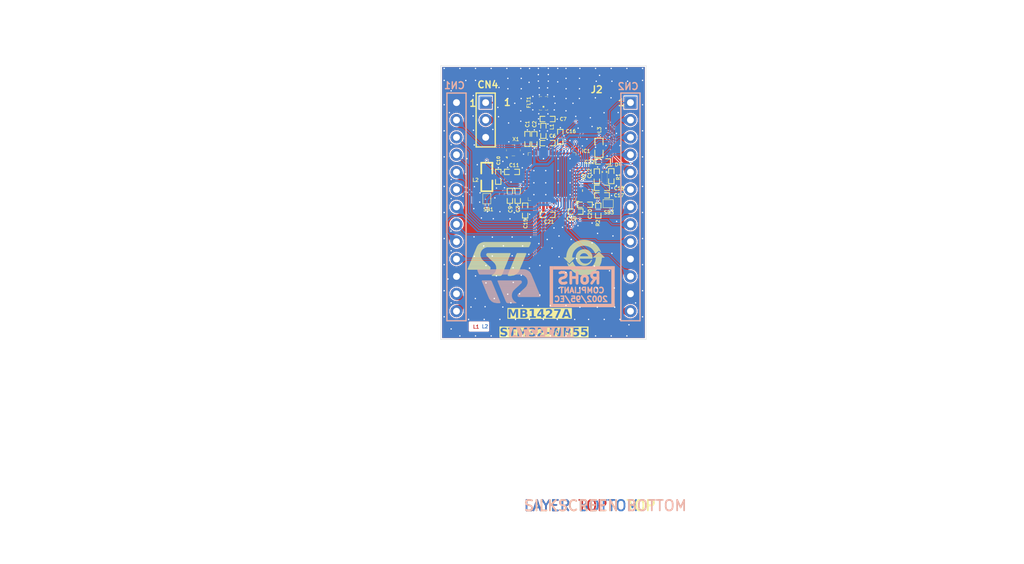
<source format=kicad_pcb>
(kicad_pcb (version 20241229) (generator "pcbnew") (generator_version "9.0")
  (layers (0 "F.Cu" signal "L1") (2 "B.Cu" signal "L2 2") (13 "F.Paste" user "Top Paste") (15 "B.Paste" user "Bottom Paste") (5 "F.SilkS" user "Top Overlay") (7 "B.SilkS" user "Bottom Overlay") (1 "F.Mask" user "Top Solder") (3 "B.Mask" user "Bottom Solder") (25 "Edge.Cuts" user))
  (net 0 "")
  (net 1 "NetCN2_11")
  (net 2 "NetCN2_9")
  (net 3 "VDDUSB")
  (net 4 "NetIC1_25")
  (net 5 "NetIC1_24")
  (net 6 "NetIC1_33")
  (net 7 "NetIC1_4")
  (net 8 "NetCN2_8")
  (net 9 "NetCN2_7")
  (net 10 "NetCN2_6")
  (net 11 "NetCN2_5")
  (net 12 "NetCN2_4")
  (net 13 "NetCN2_3")
  (net 14 "NetCN2_2")
  (net 15 "NetCN2_1")
  (net 16 "NetCN1_10")
  (net 17 "NetCN1_9")
  (net 18 "NetCN1_8")
  (net 19 "NetCN1_7")
  (net 20 "NetCN1_5")
  (net 21 "NetCN1_4")
  (net 22 "NetCN1_3")
  (net 23 "NetCN4_2")
  (net 24 "NetCN4_1")
  (net 25 "NetC18_1")
  (net 26 "NetC17_1")
  (net 27 "NetCN1_2")
  (net 28 "NetC7_1")
  (net 29 "3V3")
  (net 30 "NetC6_1")
  (net 31 "USB_P")
  (net 32 "USB_N")
  (net 33 "GND")
  (net 34 "NetC12_1")
  (net 35 "NetC10_1")
  (net 36 "NetC11_1")
  (net 37 "NetC22_1")
  (net 38 "NetFLT1_4")
  (footprint "STM32WB55_DB_QFN68_P1:SOD523" (layer "F.Cu") (at 157.4025 101.3562 90)
    (property "Reference" "D4")
    (property "Value" "BAT54K" (hide yes))
  )
  (footprint "Passive:0402_CAP_NPOL" (layer "F.Cu") (at 150.9711 95.4036 90)
    (property "Reference" "C16")
    (property "Value" "100nF" (hide yes))
  )
  (footprint "STM32WB55_DB_QFN68_P1:SB-tiny" (layer "F.Cu") (at 140.23093 104.50763 -90)
    (property "Reference" "SB1")
    (property "Value" "Open" (hide yes))
  )
  (footprint "STM32WB55_DB_QFN68_P1:0603_COIL" (layer "F.Cu") (at 156.60213 97.01763 -90)
    (property "Reference" "L3")
    (property "Value" "IND_FCM1608KF-601T03" (hide yes))
  )
  (footprint "Xtal:NX2012_2P" (layer "F.Cu") (at 154.9641 104.0232 90)
    (property "Reference" "X2")
    (property "Value" "NX2012_32K768" (hide yes))
  )
  (footprint "Passive:0402_CAP_NPOL" (layer "F.Cu") (at 149.1011 96.3336)
    (property "Reference" "C6")
    (property "Value" "NF" (hide yes))
  )
  (footprint "Passive:0402_CAP_NPOL" (layer "F.Cu") (at 157.03627 102.8802)
    (property "Reference" "C18")
    (property "Value" "4.3pF" (hide yes))
  )
  (footprint "Passive:0402_CAP_NPOL" (layer "F.Cu") (at 156.3103 101.1784 90)
    (property "Reference" "C12")
    (property "Value" "100nF" (hide yes))
  )
  (footprint "Passive:0402_CAP_NPOL" (layer "F.Cu") (at 153.1911 106.3436)
    (property "Reference" "C19")
    (property "Value" "100nF" (hide yes))
  )
  (footprint "STM32WB55_DB_CSP100_P:Header NF 1x3x2.54 TH" (layer "F.Cu") (at 140.0611 90.4036 -90)
    (property "Reference" "CN4")
    (property "Value" "HEADER_1X3" (hide yes))
  )
  (footprint "STM32WB55_DB_QFN68_P1:0402_CAP_NPOL" (layer "F.Cu") (at 143.90213 100.51763 180)
    (property "Reference" "C11")
    (property "Value" "220nF" (hide yes))
  )
  (footprint "Passive:0402_RES" (layer "F.Cu") (at 156.4881 106.1822 -90)
    (property "Reference" "R2")
    (property "Value" "10K" (hide yes))
  )
  (footprint "Logo_ST:LOGO_ST_Size3" (layer "F.Cu") (at 141.9311 113.3536)
    (property "Reference" "Label_1" (hide yes))
    (property "Value" "LOGO_ST" (hide yes))
  )
  (footprint "STM32WB55_DB_CSP100_P:STM32WBxx_QFN48" (layer "F.Cu") (at 149.7501 101.2166 180)
    (property "Reference" "IC1")
    (property "Value" "STM32WBxx_QFN48" (hide yes))
  )
  (footprint "Passive:0402_CAP_NPOL" (layer "F.Cu") (at 157.03213 103.9724)
    (property "Reference" "C17")
    (property "Value" "4.3pF" (hide yes))
  )
  (footprint "STM32WB55_DB_QFN68_P1:0402_CAP_NPOL" (layer "F.Cu") (at 145.8111 106.1736 -90)
    (property "Reference" "C15")
    (property "Value" "100nF" (hide yes))
  )
  (footprint "STM32WB55_DB_CSP100_P:SYMBOL_RoHS_China" (layer "F.Cu") (at 154.5011 113.0036)
    (property "Reference" "Label_4" (hide yes))
    (property "Value" "LOGO_ROHS" (hide yes))
  )
  (footprint "Passive:0402_CAP_NPOL" (layer "F.Cu") (at 147.1611 95.7336 -90)
    (property "Reference" "C2")
    (property "Value" "100pF" (hide yes))
  )
  (footprint "Passive:0402_RES" (layer "F.Cu") (at 158.3931 101.153 -90)
    (property "Reference" "R1")
    (property "Value" "100K" (hide yes))
  )
  (footprint "STM32WB55_DB_QFN68_P1:0402_CAP_NPOL" (layer "F.Cu") (at 141.91213 101.24763 90)
    (property "Reference" "C10")
    (property "Value" "4.7uF" (hide yes))
  )
  (footprint "STM32WB55_DB_CSP100_P:LFL212G45TC1A007" (layer "F.Cu") (at 148.5011 90.5036 90)
    (property "Reference" "FLT1")
    (property "Value" "LFL212G45TC1A007" (hide yes))
  )
  (footprint "STM32WB55_DB_QFN68_P1:0402_CAP_NPOL" (layer "F.Cu") (at 149.0967 106.7918 180)
    (property "Reference" "C21")
    (property "Value" "100nF" (hide yes))
  )
  (footprint "Passive:0402_CAP_NPOL" (layer "F.Cu") (at 146.1511 95.7236 -90)
    (property "Reference" "C1")
    (property "Value" "100nF" (hide yes))
  )
  (footprint "Passive:0402_CAP_NPOL" (layer "F.Cu") (at 149.1011 92.8136)
    (property "Reference" "C7")
    (property "Value" "NF" (hide yes))
  )
  (footprint "RF Connector:SMA_T_9.52_NF" (layer "F.Cu") (at 148.5011 84.1096 90)
    (property "Reference" "J2")
    (property "Value" "SMA_T_9.52_NF" (hide yes))
  )
  (footprint "STM32WB55_DB_QFN68_P1:0402_COIL" (layer "F.Cu") (at 148.5011 94.5336 90)
    (property "Reference" "L1")
    (property "Value" "0R" (hide yes))
  )
  (footprint "STM32WB55_DB_QFN68_P1:0402_CAP_NPOL" (layer "F.Cu") (at 143.5911 104.0236 -90)
    (property "Reference" "C9")
    (property "Value" "4.7uF" (hide yes))
  )
  (footprint "Passive:0402_CAP_NPOL" (layer "F.Cu") (at 154.54707 105.3186 180)
    (property "Reference" "C20")
    (property "Value" "100nF" (hide yes))
  )
  (footprint "Xtal:NX2016_4P" (layer "F.Cu") (at 144.1155 97.3736)
    (property "Reference" "X1")
    (property "Value" "NX2016_32M" (hide yes))
  )
  (footprint "STM32WB55_DB_CSP100_P:SB-tiny" (layer "F.Cu") (at 157.8851 105.1662 180)
    (property "Reference" "SB3")
    (property "Value" "Open" (hide yes))
  )
  (footprint "STM32WB55_DB_QFN68_P1:0402_CAP_NPOL" (layer "F.Cu") (at 157.20213 99.01763)
    (property "Reference" "C22")
    (property "Value" "100nF" (hide yes))
  )
  (footprint "STM32WB55_DB_CSP100_P:0805_COIL_H0.85" (layer "F.Cu") (at 140.23093 100.12763 -90)
    (property "Reference" "L2")
    (property "Value" "10uH" (hide yes))
  )
  (footprint "STM32WB55_DB_CSP100_P:0402_CAP_NPOL" (layer "F.Cu") (at 144.7251 104.0336 -90)
    (property "Reference" "C3")
    (property "Value" "100nF" (hide yes))
  )
  (footprint "STM32WB55_DB_CSP100_P:Header F 1x13x2.54 TH V" (layer "B.Cu") (at 135.8011 90.4036 -90)
    (property "Reference" "CN1")
    (property "Value" "HEADER_1X13" (hide yes))
  )
  (footprint "STM32WB55_DB_CSP100_P:Header F 1x13x2.54 TH V" (layer "B.Cu") (at 161.2011 90.4036 -90)
    (property "Reference" "CN2")
    (property "Value" "HEADER_1X13" (hide yes))
  )
  (footprint "STM32WB55_DB_CSP100_P:LOGO_ST_Size3" (layer "B.Cu") (at 143.5611 117.3436 180)
    (property "Reference" "Label_3" (hide yes))
    (property "Value" "LOGO_ST" (hide yes))
  )
  (footprint "Logo_ST:SYMBOL_RoHS" (layer "B.Cu") (at 158.9011 120.3046 180)
    (property "Reference" "Label_2" (hide yes))
    (property "Value" "LOGO_ROHS" (hide yes))
  )
  (gr_poly (pts (xy 141.45057 93.0686) (xy 141.43134 93.07454) (xy 141.39753 93.09235) (xy 141.34917 93.12204) (xy 141.11665 93.28237) (xy 140.60268 93.66241) (xy 140.60268 92.22479) (xy 141.45057 92.8186)) (fill yes) (layer "F.Cu") (net 23))
  (gr_poly (pts (xy 160.25752 99.4786) (xy 160.27698 99.4893) (xy 160.31591 99.50193) (xy 160.37429 99.5165) (xy 160.66619 99.57179) (xy 161.32782 99.67257) (xy 160.31007 100.69032) (xy 160.1161 99.62002)) (fill yes) (layer "F.Cu") (net 11))
  (gr_poly (pts (xy 136.85371 119.90171) (xy 136.85127 119.91361) (xy 136.81104 120.18114) (xy 136.69214 121.01032) (xy 135.67438 119.99257) (xy 136.783 119.83099)) (fill yes) (layer "F.Cu") (net 31))
  (gr_poly (pts (xy 136.783 119.39621) (xy 136.77109 119.39377) (xy 136.50357 119.35354) (xy 135.67438 119.23464) (xy 136.69214 118.21688) (xy 136.85371 119.3255)) (fill yes) (layer "F.Cu") (net 32))
  (gr_poly (pts (xy 137.2186 103.3036) (xy 137.17652 103.3088) (xy 137.1243 103.32439) (xy 137.06194 103.35037) (xy 136.98944 103.38675) (xy 136.81403 103.49068) (xy 136.59807 103.63619) (xy 136.34155 103.82326) (xy 136.34155 102.38394) (xy 136.47488 102.48267) (xy 136.98944 102.82045) (xy 137.06194 102.85683) (xy 137.1243 102.88281) (xy 137.17652 102.8984) (xy 137.2186 102.9036)) (fill yes) (layer "F.Cu") (net 29))
  (gr_poly (pts (xy 159.78361 120.6836) (xy 159.82569 120.6784) (xy 159.87791 120.66281) (xy 159.94027 120.63683) (xy 160.01276 120.60045) (xy 160.18817 120.49652) (xy 160.40414 120.35102) (xy 160.66065 120.16394) (xy 160.66065 121.60326) (xy 160.52732 121.50453) (xy 160.01276 121.16675) (xy 159.94027 121.13037) (xy 159.87791 121.10439) (xy 159.82569 121.0888) (xy 159.78361 121.0836)) (fill yes) (layer "F.Cu") (net 3))
  (gr_poly (pts (xy 159.76532 97.9366) (xy 159.78653 97.93032) (xy 159.82278 97.91149) (xy 159.87407 97.8801) (xy 160.11817 97.71061) (xy 160.65418 97.30885) (xy 160.66717 98.74812) (xy 159.76822 98.1366)) (fill yes) (layer "B.Cu") (net 12))
  (gr_poly (pts (xy 136.74468 101.64861) (xy 136.72522 101.6379) (xy 136.6863 101.62527) (xy 136.62791 101.61071) (xy 136.33601 101.55541) (xy 135.67438 101.45464) (xy 136.69214 100.43688) (xy 136.88611 101.50718)) (fill yes) (layer "B.Cu") (net 20))
  (gr_poly (pts (xy 136.73742 106.73434) (xy 136.71795 106.72355) (xy 136.67905 106.7107) (xy 136.62073 106.69578) (xy 136.32924 106.63871) (xy 135.66869 106.53381) (xy 136.69293 105.52257) (xy 136.8803 106.59438)) (fill yes) (layer "B.Cu") (net 19))
  (gr_poly (pts (xy 134.85752 109.6386) (xy 134.87698 109.6493) (xy 134.91591 109.66193) (xy 134.97429 109.6765) (xy 135.26619 109.73179) (xy 135.92782 109.83257) (xy 134.91007 110.85032) (xy 134.7161 109.78002)) (fill yes) (layer "B.Cu") (net 17))
  (gr_poly (pts (xy 160.10415 90.3166) (xy 160.14273 90.3156) (xy 160.17725 90.3126) (xy 160.20771 90.3076) (xy 160.2341 90.3006) (xy 160.25644 90.2916) (xy 160.27471 90.2806) (xy 160.28892 90.2676) (xy 160.29908 90.2526) (xy 160.30517 90.2356) (xy 160.3072 90.2166) (xy 160.3072 90.6166) (xy 160.30517 90.5976) (xy 160.29908 90.5806) (xy 160.28892 90.5656) (xy 160.27471 90.5526) (xy 160.25644 90.5416) (xy 160.2341 90.5326) (xy 160.20771 90.5256) (xy 160.17725 90.5206) (xy 160.14273 90.5176) (xy 160.10415 90.5166)) (fill yes) (layer "B.Cu") (net 15))
  (gr_poly (pts (xy 160.25752 114.7186) (xy 160.27698 114.7293) (xy 160.31591 114.74193) (xy 160.37429 114.7565) (xy 160.66619 114.81179) (xy 161.32782 114.91257) (xy 160.31007 115.93032) (xy 160.1161 114.86002)) (fill yes) (layer "B.Cu") (net 1))
  (gr_poly (pts (xy 159.76218 108.1396) (xy 159.78296 108.13306) (xy 159.81847 108.11344) (xy 159.86872 108.08073) (xy 160.10788 107.90413) (xy 160.63305 107.48552) (xy 160.68905 108.92374) (xy 159.77473 108.3396)) (fill yes) (layer "B.Cu") (net 8))
  (gr_poly (pts (xy 136.74468 94.02861) (xy 136.72522 94.0179) (xy 136.6863 94.00527) (xy 136.62791 93.99071) (xy 136.33601 93.93541) (xy 135.67438 93.83464) (xy 136.69214 92.81688) (xy 136.88611 93.88718)) (fill yes) (layer "B.Cu") (net 27))
  (gr_poly (pts (xy 159.76667 110.6236) (xy 159.78801 110.6174) (xy 159.82446 110.59882) (xy 159.87604 110.56783) (xy 160.12155 110.40052) (xy 160.66065 110.00394) (xy 160.66065 111.44326) (xy 159.76667 110.8236)) (fill yes) (layer "B.Cu") (net 2))
  (gr_poly (pts (xy 159.76532 95.3966) (xy 159.78653 95.39032) (xy 159.82278 95.37149) (xy 159.87407 95.3401) (xy 160.11817 95.17061) (xy 160.65418 94.76885) (xy 160.66717 96.20812) (xy 159.76822 95.5966)) (fill yes) (layer "B.Cu") (net 13))
  (gr_poly (pts (xy 137.23398 113.3766) (xy 137.21254 113.38272) (xy 137.17589 113.40106) (xy 137.12403 113.43164) (xy 136.87716 113.59674) (xy 136.33503 113.98812) (xy 136.34803 112.54885) (xy 137.23688 113.1766)) (fill yes) (layer "B.Cu") (net 16))
  (gr_poly (pts (xy 160.1161 106.58718) (xy 160.1268 106.56772) (xy 160.13943 106.5288) (xy 160.154 106.47041) (xy 160.20929 106.17851) (xy 160.31007 105.51688) (xy 161.32782 106.53464) (xy 160.25752 106.72861)) (fill yes) (layer "B.Cu") (net 9))
  (gr_poly (pts (xy 159.76532 92.8566) (xy 159.78653 92.85032) (xy 159.82278 92.83149) (xy 159.87407 92.8001) (xy 160.11817 92.63061) (xy 160.65418 92.22885) (xy 160.66717 93.66812) (xy 159.76822 93.0566)) (fill yes) (layer "B.Cu") (net 14))
  (gr_line (start 157.9211 99.6736) (end 158.4911 99.6736) (stroke (width 0.127)) (layer "F.SilkS"))
  (gr_line (start 157.7011 99.9936) (end 157.9211 99.6736) (stroke (width 0.127)) (layer "F.SilkS"))
  (gr_line (start 133.5011 125.0036) (end 133.5011 85.0036) (stroke (width 0.05)) (layer "Edge.Cuts"))
  (gr_line (start 163.5011 125.0036) (end 133.5011 125.0036) (stroke (width 0.05)) (layer "Edge.Cuts"))
  (gr_line (start 133.5011 85.0036) (end 163.5011 85.0036) (stroke (width 0.05)) (layer "Edge.Cuts"))
  (gr_line (start 163.5011 85.0036) (end 163.5011 125.0036) (stroke (width 0.05)) (layer "Edge.Cuts"))
  (gr_text "L1" (at 138.1493 123.46563 360) (layer "F.Cu") (effects (font (size 0.508 0.508) (thickness 0.102)) (justify left bottom)))
  (gr_text "LAYER TOP" (at 145.5011 150.19029 0) (layer "F.Cu") (effects (font (size 1.524 1.524) (thickness 0.254)) (justify left bottom)))
  (gr_text "LAYER BOTTOM" (at 145.5011 150.19029 0) (layer "B.Cu") (effects (font (size 1.524 1.524) (thickness 0.254)) (justify left bottom)))
  (gr_text "L2" (at 139.4447 123.41483 360) (layer "B.Cu") (effects (font (size 0.508 0.508) (thickness 0.102)) (justify left bottom)))
  (gr_text "1" (at 137.5827 91.07873 360) (layer "F.SilkS") (effects (font (size 1 1) (thickness 0.2)) (justify left bottom)))
  (gr_text "STM32-WB55" (at 142.0911 124.7761 360) (layer "F.SilkS" knockout) (effects (font (size 1.25 1.25) (thickness 0.102) (bold yes)) (justify left bottom)))
  (gr_text "MB1427A" (at 143.2177 122.0661 360) (layer "F.SilkS" knockout) (effects (font (size 1.25 1.25) (thickness 0.102) (bold yes)) (justify left bottom)))
  (gr_text "1" (at 159.25271 90.97873 360) (layer "F.SilkS") (effects (font (size 1 1) (thickness 0.2)) (justify left bottom)))
  (gr_text "1" (at 142.62151 90.9561 360) (layer "F.SilkS") (effects (font (size 1 1) (thickness 0.2)) (justify left bottom)))
  (gr_text "SILKSCREEN TOP" (at 145.5011 150.19029 0) (layer "F.SilkS") (effects (font (size 1.524 1.524) (thickness 0.254)) (justify left bottom)))
  (gr_text "SILKSCREEN BOTTOM" (at 145.5011 150.19029 0) (layer "B.SilkS") (effects (font (size 1.524 1.524) (thickness 0.254)) (justify left bottom)))
  (gr_text "MB1427A" (at 152.927 124.7861 360) (layer "B.SilkS" knockout) (effects (font (size 1.25 1.25) (thickness 0.102) (bold yes)) (justify left bottom mirror)))
  (segment (start 153.1485 99.4558) (end 153.6511 99.4558) (width 0.2) (layer "F.Cu") (net 1))
  (via (at 153.6511 99.4558) (size 0.4) (drill 0.2) (layers "F.Cu" "B.Cu") (net 1))
  (segment (start 155.43438 112.6592) (end 158.0567 112.6592) (width 0.2) (layer "B.Cu") (net 1))
  (segment (start 151.8211 109.04592) (end 151.8211 106.7236) (width 0.2) (layer "B.Cu") (net 1))
  (segment (start 152.4511 104.7336) (end 152.8411 104.3436) (width 0.2) (layer "B.Cu") (net 1))
  (segment (start 152.8411 100.2658) (end 153.6511 99.4558) (width 0.2) (layer "B.Cu") (net 1))
  (segment (start 158.0567 112.6592) (end 161.2011 115.8036) (width 0.2) (layer "B.Cu") (net 1))
  (segment (start 152.8411 104.3436) (end 152.8411 100.2658) (width 0.2) (layer "B.Cu") (net 1))
  (segment (start 152.4511 106.0936) (end 152.4511 104.7336) (width 0.2) (layer "B.Cu") (net 1))
  (segment (start 151.8211 106.7236) (end 152.4511 106.0936) (width 0.2) (layer "B.Cu") (net 1))
  (segment (start 151.8211 109.04592) (end 155.43438 112.6592) (width 0.2) (layer "B.Cu") (net 1))
  (segment (start 150.5011 97.30721) (end 150.53471 97.2736) (width 0.2) (layer "F.Cu") (net 2))
  (segment (start 150.57471 97.2736) (end 150.6311 97.2736) (width 0.2) (layer "F.Cu") (net 2))
  (segment (start 150.55471 97.2936) (end 150.57471 97.2736) (width 0.2) (layer "F.Cu") (net 2))
  (segment (start 150.5011 97.8172) (end 150.5011 97.30721) (width 0.2) (layer "F.Cu") (net 2))
  (segment (start 150.53471 97.2736) (end 150.55471 97.2936) (width 0.2) (layer "F.Cu") (net 2))
  (segment (start 150.5011 97.30721) (end 150.50689 97.313) (width 0.2) (layer "F.Cu") (net 2))
  (segment (start 150.5011 97.8172) (end 150.5017 97.8178) (width 0.2) (layer "F.Cu") (net 2))
  (via (at 150.6311 97.2736) (size 0.4) (drill 0.2) (layers "F.Cu" "B.Cu") (net 2))
  (segment (start 151.3811 96.2136) (end 152.0711 96.2136) (width 0.2) (layer "B.Cu") (net 2))
  (segment (start 156.3559 110.7236) (end 161.2011 110.7236) (width 0.2) (layer "B.Cu") (net 2))
  (segment (start 152.8211 106.1936) (end 152.8211 104.9036) (width 0.2) (layer "B.Cu") (net 2))
  (segment (start 151.1911 96.9436) (end 151.1911 96.4036) (width 0.2) (layer "B.Cu") (net 2))
  (segment (start 152.17626 108.77915) (end 153.8211 110.424) (width 0.2) (layer "B.Cu") (net 2))
  (segment (start 154.0511 99.6276) (end 154.0511 98.1936) (width 0.2) (layer "B.Cu") (net 2))
  (segment (start 151.1911 96.4036) (end 151.3811 96.2136) (width 0.2) (layer "B.Cu") (net 2))
  (segment (start 156.0563 110.424) (end 156.3559 110.7236) (width 0.2) (layer "B.Cu") (net 2))
  (segment (start 153.1811 104.5436) (end 153.1811 100.4976) (width 0.2) (layer "B.Cu") (net 2))
  (segment (start 152.17626 108.77915) (end 152.17626 106.83845) (width 0.2) (layer "B.Cu") (net 2))
  (segment (start 152.17626 106.83845) (end 152.8211 106.1936) (width 0.2) (layer "B.Cu") (net 2))
  (segment (start 153.1811 100.4976) (end 154.0511 99.6276) (width 0.2) (layer "B.Cu") (net 2))
  (segment (start 152.0711 96.2136) (end 154.0511 98.1936) (width 0.2) (layer "B.Cu") (net 2))
  (segment (start 150.8611 97.2736) (end 151.1911 96.9436) (width 0.2) (layer "B.Cu") (net 2))
  (segment (start 153.8211 110.424) (end 156.0563 110.424) (width 0.2) (layer "B.Cu") (net 2))
  (segment (start 152.8211 104.9036) (end 153.1811 104.5436) (width 0.2) (layer "B.Cu") (net 2))
  (segment (start 150.6311 97.2736) (end 150.8611 97.2736) (width 0.2) (layer "B.Cu") (net 2))
  (segment (start 148.49773 115.99023) (end 148.49773 106.7918) (width 0.4) (layer "F.Cu") (net 3))
  (segment (start 148.5017 105.19317) (end 148.50213 105.1936) (width 0.3) (layer "F.Cu") (net 3))
  (segment (start 148.50213 106.7918) (end 148.50213 105.1936) (width 0.4) (layer "F.Cu") (net 3))
  (segment (start 148.5017 105.19317) (end 148.5017 104.6154) (width 0.3) (layer "F.Cu") (net 3))
  (segment (start 153.3911 120.8836) (end 161.2011 120.8836) (width 0.4) (layer "F.Cu") (net 3))
  (segment (start 148.49773 115.99023) (end 153.3911 120.8836) (width 0.4) (layer "F.Cu") (net 3))
  (segment (start 143.4405 98.4485) (end 143.4405 97.8986) (width 0.2) (layer "F.Cu") (net 4))
  (segment (start 145.9489 98.4558) (end 146.3517 98.4558) (width 0.2) (layer "F.Cu") (net 4))
  (segment (start 143.6056 98.6136) (end 145.7911 98.6136) (width 0.2) (layer "F.Cu") (net 4))
  (segment (start 143.4405 98.4485) (end 143.6056 98.6136) (width 0.2) (layer "F.Cu") (net 4))
  (segment (start 145.7911 98.6136) (end 145.9489 98.4558) (width 0.2) (layer "F.Cu") (net 4))
  (segment (start 147.0017 97.8178) (end 147.0017 97.6142) (width 0.2) (layer "F.Cu") (net 5))
  (segment (start 146.13887 97.3836) (end 146.7711 97.3836) (width 0.2) (layer "F.Cu") (net 5))
  (segment (start 144.7905 96.8486) (end 145.60387 96.8486) (width 0.2) (layer "F.Cu") (net 5))
  (segment (start 145.60387 96.8486) (end 146.13887 97.3836) (width 0.2) (layer "F.Cu") (net 5))
  (segment (start 146.7711 97.3836) (end 147.0017 97.6142) (width 0.2) (layer "F.Cu") (net 5))
  (segment (start 140.23093 100.12763) (end 140.2311 98.8636) (width 0.25) (layer "F.Cu") (net 6))
  (segment (start 146.3439 102.4636) (end 146.3517 102.4558) (width 0.2) (layer "F.Cu") (net 6))
  (segment (start 145.1211 102.4636) (end 146.3439 102.4636) (width 0.2) (layer "F.Cu") (net 6))
  (via (at 145.1211 102.4636) (size 0.4) (drill 0.2) (layers "F.Cu" "B.Cu") (net 6))
  (via (at 140.2311 98.8636) (size 0.4) (drill 0.2) (layers "F.Cu" "B.Cu") (net 6))
  (segment (start 140.2311 99.238) (end 140.2311 98.8636) (width 0.25) (layer "B.Cu") (net 6))
  (segment (start 143.4567 102.4636) (end 145.1211 102.4636) (width 0.25) (layer "B.Cu") (net 6))
  (segment (start 140.2311 99.238) (end 143.4567 102.4636) (width 0.25) (layer "B.Cu") (net 6))
  (segment (start 153.1485 102.4558) (end 153.9735 102.4558) (width 0.2) (layer "F.Cu") (net 7))
  (segment (start 156.4881 104.8106) (end 156.8691 104.8106) (width 0.2) (layer "F.Cu") (net 7))
  (segment (start 156.4881 105.58323) (end 156.4881 104.8106) (width 0.2) (layer "F.Cu") (net 7))
  (segment (start 157.2247 105.1662) (end 157.3771 105.1662) (width 0.2) (layer "F.Cu") (net 7))
  (segment (start 156.8691 104.8106) (end 157.2247 105.1662) (width 0.2) (layer "F.Cu") (net 7))
  (via (at 156.4881 104.8106) (size 0.4) (drill 0.2) (layers "F.Cu" "B.Cu") (net 7))
  (via (at 153.9735 102.4558) (size 0.4) (drill 0.2) (layers "F.Cu" "B.Cu") (net 7))
  (segment (start 154.7175 102.4558) (end 156.4881 104.2264) (width 0.2) (layer "B.Cu") (net 7))
  (segment (start 156.4881 104.8106) (end 156.4881 104.2264) (width 0.2) (layer "B.Cu") (net 7))
  (segment (start 153.9735 102.4558) (end 154.7175 102.4558) (width 0.2) (layer "B.Cu") (net 7))
  (segment (start 152.0017 107.0742) (end 152.0017 104.6154) (width 0.2) (layer "F.Cu") (net 8))
  (segment (start 152.4559 107.5284) (end 153.8211 107.5284) (width 0.2) (layer "F.Cu") (net 8))
  (segment (start 152.0017 107.0742) (end 152.4559 107.5284) (width 0.2) (layer "F.Cu") (net 8))
  (via (at 153.8211 107.5284) (size 0.4) (drill 0.2) (layers "F.Cu" "B.Cu") (net 8))
  (segment (start 157.8343 107.5284) (end 158.5455 108.2396) (width 0.2) (layer "B.Cu") (net 8))
  (segment (start 153.8211 107.5284) (end 157.8343 107.5284) (width 0.2) (layer "B.Cu") (net 8))
  (segment (start 160.4581 108.2396) (end 160.5011 108.1966) (width 0.2) (layer "B.Cu") (net 8))
  (segment (start 158.5455 108.2396) (end 160.4581 108.2396) (width 0.2) (layer "B.Cu") (net 8))
  (segment (start 152.2931 107.9856) (end 152.2951 107.9836) (width 0.2) (layer "F.Cu") (net 9))
  (segment (start 151.5017 107.1942) (end 151.5017 104.6154) (width 0.2) (layer "F.Cu") (net 9))
  (segment (start 151.5017 107.1942) (end 152.2931 107.9856) (width 0.2) (layer "F.Cu") (net 9))
  (segment (start 152.2951 107.9836) (end 153.0211 107.9836) (width 0.2) (layer "F.Cu") (net 9))
  (via (at 153.0211 107.9836) (size 0.4) (drill 0.2) (layers "F.Cu" "B.Cu") (net 9))
  (segment (start 153.0211 107.9836) (end 153.0211 107.4396) (width 0.2) (layer "B.Cu") (net 9))
  (segment (start 153.0211 107.4396) (end 153.3387 107.122) (width 0.2) (layer "B.Cu") (net 9))
  (segment (start 153.3387 107.122) (end 159.7227 107.122) (width 0.2) (layer "B.Cu") (net 9))
  (segment (start 159.7227 107.122) (end 161.2011 105.6436) (width 0.2) (layer "B.Cu") (net 9))
  (segment (start 152.5017 97.8178) (end 152.5017 97.3162) (width 0.2) (layer "F.Cu") (net 10))
  (segment (start 152.5017 97.3162) (end 153.1607 96.6572) (width 0.2) (layer "F.Cu") (net 10))
  (segment (start 153.1607 96.6572) (end 153.1607 96.1492) (width 0.2) (layer "F.Cu") (net 10))
  (via (at 153.1607 96.1492) (size 0.4) (drill 0.2) (layers "F.Cu" "B.Cu") (net 10))
  (segment (start 153.1607 96.56314) (end 153.1607 96.1492) (width 0.2) (layer "B.Cu") (net 10))
  (segment (start 153.52369 101.69618) (end 153.8711 102.0436) (width 0.2) (layer "B.Cu") (net 10))
  (segment (start 158.06006 103.34256) (end 159.14214 103.34256) (width 0.2) (layer "B.Cu") (net 10))
  (segment (start 153.52369 100.71382) (end 154.3511 99.8864) (width 0.2) (layer "B.Cu") (net 10))
  (segment (start 153.8711 102.0436) (end 156.7611 102.0436) (width 0.2) (layer "B.Cu") (net 10))
  (segment (start 154.3511 99.8864) (end 154.3511 97.75354) (width 0.2) (layer "B.Cu") (net 10))
  (segment (start 153.52369 101.69618) (end 153.52369 100.71382) (width 0.2) (layer "B.Cu") (net 10))
  (segment (start 153.1607 96.56314) (end 154.3511 97.75354) (width 0.2) (layer "B.Cu") (net 10))
  (segment (start 160.4959 103.1088) (end 160.5011 103.1036) (width 0.2) (layer "B.Cu") (net 10))
  (segment (start 159.3759 103.1088) (end 160.4959 103.1088) (width 0.2) (layer "B.Cu") (net 10))
  (segment (start 156.7611 102.0436) (end 158.06006 103.34256) (width 0.2) (layer "B.Cu") (net 10))
  (segment (start 159.14214 103.34256) (end 159.3759 103.1088) (width 0.2) (layer "B.Cu") (net 10))
  (segment (start 158.9011 98.2636) (end 158.9011 95.41865) (width 0.2) (layer "F.Cu") (net 11))
  (segment (start 158.9011 95.41865) (end 158.90213 95.41763) (width 0.2) (layer "F.Cu") (net 11))
  (segment (start 158.1097 94.6252) (end 158.90213 95.41763) (width 0.2) (layer "F.Cu") (net 11))
  (segment (start 153.74373 95.28678) (end 154.4053 94.6252) (width 0.2) (layer "F.Cu") (net 11))
  (segment (start 158.9011 98.2636) (end 161.2011 100.5636) (width 0.2) (layer "F.Cu") (net 11))
  (segment (start 154.4053 94.6252) (end 158.1097 94.6252) (width 0.2) (layer "F.Cu") (net 11))
  (segment (start 153.74373 98.23318) (end 153.74373 95.28678) (width 0.2) (layer "F.Cu") (net 11))
  (segment (start 153.1485 98.4558) (end 153.5211 98.4558) (width 0.2) (layer "F.Cu") (net 11))
  (segment (start 153.5211 98.4558) (end 153.74373 98.23318) (width 0.2) (layer "F.Cu") (net 11))
  (segment (start 153.1485 98.9558) (end 155.3959 98.9558) (width 0.2) (layer "F.Cu") (net 12))
  (via (at 155.3959 98.9558) (size 0.4) (drill 0.2) (layers "F.Cu" "B.Cu") (net 12))
  (segment (start 155.3959 98.9558) (end 157.7455 98.9558) (width 0.2) (layer "B.Cu") (net 12))
  (segment (start 158.6647 98.0366) (end 161.2011 98.0366) (width 0.2) (layer "B.Cu") (net 12))
  (segment (start 157.7455 98.9558) (end 158.6647 98.0366) (width 0.2) (layer "B.Cu") (net 12))
  (segment (start 155.5737 98.4606) (end 155.8277 98.7146) (width 0.2) (layer "F.Cu") (net 13))
  (segment (start 155.1707 99.9558) (end 155.8277 99.2988) (width 0.2) (layer "F.Cu") (net 13))
  (segment (start 155.8277 99.2988) (end 155.8277 98.7146) (width 0.2) (layer "F.Cu") (net 13))
  (segment (start 153.1485 99.9558) (end 155.1707 99.9558) (width 0.2) (layer "F.Cu") (net 13))
  (via (at 155.5737 98.4606) (size 0.4) (drill 0.2) (layers "F.Cu" "B.Cu") (net 13))
  (segment (start 159.4681 95.4966) (end 161.2011 95.4966) (width 0.2) (layer "B.Cu") (net 13))
  (segment (start 158.2407 96.724) (end 159.4681 95.4966) (width 0.2) (layer "B.Cu") (net 13))
  (segment (start 156.8437 98.4606) (end 158.2407 97.0636) (width 0.2) (layer "B.Cu") (net 13))
  (segment (start 155.5737 98.4606) (end 156.8437 98.4606) (width 0.2) (layer "B.Cu") (net 13))
  (segment (start 158.2407 97.0636) (end 158.2407 96.724) (width 0.2) (layer "B.Cu") (net 13))
  (segment (start 153.88976 101.1784) (end 154.3291 101.1784) (width 0.2) (layer "F.Cu") (net 14))
  (segment (start 153.2687 101.3356) (end 153.73256 101.3356) (width 0.2) (layer "F.Cu") (net 14))
  (segment (start 153.1485 101.4558) (end 153.2687 101.3356) (width 0.2) (layer "F.Cu") (net 14))
  (segment (start 153.73256 101.3356) (end 153.88976 101.1784) (width 0.2) (layer "F.Cu") (net 14))
  (via (at 154.3291 101.1784) (size 0.4) (drill 0.2) (layers "F.Cu" "B.Cu") (net 14))
  (segment (start 158.1711 95.9736) (end 158.6725 95.4722) (width 0.2) (layer "B.Cu") (net 14))
  (segment (start 154.9611 100.519) (end 154.9611 97.5136) (width 0.2) (layer "B.Cu") (net 14))
  (segment (start 154.3291 101.151) (end 154.9611 100.519) (width 0.2) (layer "B.Cu") (net 14))
  (segment (start 154.9611 97.5136) (end 156.5011 95.9736) (width 0.2) (layer "B.Cu") (net 14))
  (segment (start 158.6725 93.9822) (end 159.6981 92.9566) (width 0.2) (layer "B.Cu") (net 14))
  (segment (start 156.5011 95.9736) (end 158.1711 95.9736) (width 0.2) (layer "B.Cu") (net 14))
  (segment (start 159.6981 92.9566) (end 161.2011 92.9566) (width 0.2) (layer "B.Cu") (net 14))
  (segment (start 154.3291 101.1784) (end 154.3291 101.151) (width 0.2) (layer "B.Cu") (net 14))
  (segment (start 158.6725 95.4722) (end 158.6725 93.9822) (width 0.2) (layer "B.Cu") (net 14))
  (segment (start 153.30634 101.9558) (end 153.62654 101.6356) (width 0.2) (layer "F.Cu") (net 15))
  (segment (start 153.1485 101.9558) (end 153.30634 101.9558) (width 0.2) (layer "F.Cu") (net 15))
  (segment (start 153.62654 101.6356) (end 154.0751 101.6356) (width 0.2) (layer "F.Cu") (net 15))
  (via (at 154.0751 101.6356) (size 0.4) (drill 0.2) (layers "F.Cu" "B.Cu") (net 15))
  (segment (start 158.1111 94.8066) (end 158.1111 91.6536) (width 0.2) (layer "B.Cu") (net 15))
  (segment (start 153.8719 101.4324) (end 153.8719 100.9752) (width 0.2) (layer "B.Cu") (net 15))
  (segment (start 156.3411 95.6636) (end 157.2541 95.6636) (width 0.2) (layer "B.Cu") (net 15))
  (segment (start 159.3481 90.4166) (end 161.2011 90.4166) (width 0.2) (layer "B.Cu") (net 15))
  (segment (start 157.2541 95.6636) (end 158.1111 94.8066) (width 0.2) (layer "B.Cu") (net 15))
  (segment (start 154.6511 97.3536) (end 156.3411 95.6636) (width 0.2) (layer "B.Cu") (net 15))
  (segment (start 153.8719 100.9752) (end 154.6511 100.196) (width 0.2) (layer "B.Cu") (net 15))
  (segment (start 153.8719 101.4324) (end 154.0751 101.6356) (width 0.2) (layer "B.Cu") (net 15))
  (segment (start 158.1111 91.6536) (end 159.3481 90.4166) (width 0.2) (layer "B.Cu") (net 15))
  (segment (start 154.6511 100.196) (end 154.6511 97.3536) (width 0.2) (layer "B.Cu") (net 15))
  (segment (start 151.0811 97.05599) (end 151.52349 96.6136) (width 0.2) (layer "F.Cu") (net 16))
  (segment (start 151.0811 97.3836) (end 151.0811 97.05599) (width 0.2) (layer "F.Cu") (net 16))
  (segment (start 151.0017 97.8178) (end 151.0017 97.463) (width 0.2) (layer "F.Cu") (net 16))
  (segment (start 151.52349 96.6136) (end 151.6111 96.6136) (width 0.2) (layer "F.Cu") (net 16))
  (segment (start 151.0017 97.463) (end 151.0811 97.3836) (width 0.2) (layer "F.Cu") (net 16))
  (via (at 151.6111 96.6136) (size 0.4) (drill 0.2) (layers "F.Cu" "B.Cu") (net 16))
  (segment (start 151.7111 98.3836) (end 152.48978 97.60492) (width 0.2) (layer "B.Cu") (net 16))
  (segment (start 146.3203 113.2766) (end 148.2811 111.3158) (width 0.2) (layer "B.Cu") (net 16))
  (segment (start 151.5211 96.6072) (end 151.52751 96.6136) (width 0.2) (layer "B.Cu") (net 16))
  (segment (start 148.2811 109.35727) (end 151.7111 105.92727) (width 0.2) (layer "B.Cu") (net 16))
  (segment (start 151.7111 105.92727) (end 151.7111 98.3836) (width 0.2) (layer "B.Cu") (net 16))
  (segment (start 152.48978 97.60492) (end 152.48978 97.11766) (width 0.2) (layer "B.Cu") (net 16))
  (segment (start 151.97931 96.6072) (end 152.48978 97.11766) (width 0.2) (layer "B.Cu") (net 16))
  (segment (start 151.52751 96.6136) (end 151.6111 96.6136) (width 0.2) (layer "B.Cu") (net 16))
  (segment (start 148.2811 111.3158) (end 148.2811 109.35727) (width 0.2) (layer "B.Cu") (net 16))
  (segment (start 135.8011 113.2766) (end 146.3203 113.2766) (width 0.2) (layer "B.Cu") (net 16))
  (segment (start 151.5211 96.6072) (end 151.97931 96.6072) (width 0.2) (layer "B.Cu") (net 16))
  (segment (start 151.5011 97.8172) (end 151.5017 97.8178) (width 0.2) (layer "F.Cu") (net 17))
  (segment (start 151.5011 97.8172) (end 151.5011 97.2236) (width 0.2) (layer "F.Cu") (net 17))
  (via (at 151.5011 97.2236) (size 0.4) (drill 0.2) (layers "F.Cu" "B.Cu") (net 17))
  (segment (start 138.88944 109.24766) (end 147.43704 109.24766) (width 0.2) (layer "B.Cu") (net 17))
  (segment (start 134.4511 109.3736) (end 134.4511 107.7436) (width 0.2) (layer "B.Cu") (net 17))
  (segment (start 134.4511 109.3736) (end 135.8011 110.7236) (width 0.2) (layer "B.Cu") (net 17))
  (segment (start 134.4511 107.7436) (end 135.1311 107.0636) (width 0.2) (layer "B.Cu") (net 17))
  (segment (start 151.0811 105.6036) (end 151.0811 98.0136) (width 0.2) (layer "B.Cu") (net 17))
  (segment (start 151.5011 97.5924) (end 151.5017 97.593) (width 0.2) (layer "B.Cu") (net 17))
  (segment (start 136.70538 107.0636) (end 138.88944 109.24766) (width 0.2) (layer "B.Cu") (net 17))
  (segment (start 151.5011 97.5924) (end 151.5011 97.2236) (width 0.2) (layer "B.Cu") (net 17))
  (segment (start 147.43704 109.24766) (end 151.0811 105.6036) (width 0.2) (layer "B.Cu") (net 17))
  (segment (start 135.1311 107.0636) (end 136.70538 107.0636) (width 0.2) (layer "B.Cu") (net 17))
  (segment (start 151.0811 98.0136) (end 151.5017 97.593) (width 0.2) (layer "B.Cu") (net 17))
  (segment (start 152.0017 97.8178) (end 152.0017 97.2) (width 0.2) (layer "F.Cu") (net 18))
  (via (at 152.0017 97.2) (size 0.4) (drill 0.2) (layers "F.Cu" "B.Cu") (net 18))
  (segment (start 151.4011 105.75991) (end 151.4011 98.2036) (width 0.2) (layer "B.Cu") (net 18))
  (segment (start 151.4011 98.2036) (end 152.0017 97.603) (width 0.2) (layer "B.Cu") (net 18))
  (segment (start 147.57741 109.5836) (end 151.4011 105.75991) (width 0.2) (layer "B.Cu") (net 18))
  (segment (start 137.1881 109.5836) (end 147.57741 109.5836) (width 0.2) (layer "B.Cu") (net 18))
  (segment (start 152.0017 97.603) (end 152.0017 97.2) (width 0.2) (layer "B.Cu") (net 18))
  (segment (start 135.8011 108.1966) (end 137.1881 109.5836) (width 0.2) (layer "B.Cu") (net 18))
  (segment (start 149.5017 97.413) (end 149.7911 97.1236) (width 0.2) (layer "F.Cu") (net 19))
  (segment (start 149.7911 97.1236) (end 150.2111 97.1236) (width 0.2) (layer "F.Cu") (net 19))
  (segment (start 149.5017 97.8178) (end 149.5017 97.413) (width 0.2) (layer "F.Cu") (net 19))
  (segment (start 150.2111 97.1236) (end 150.5711 96.7636) (width 0.2) (layer "F.Cu") (net 19))
  (segment (start 150.5711 96.7636) (end 150.7911 96.7636) (width 0.2) (layer "F.Cu") (net 19))
  (via (at 150.7911 96.7636) (size 0.4) (drill 0.2) (layers "F.Cu" "B.Cu") (net 19))
  (segment (start 150.66529 105.53941) (end 150.66529 104.63618) (width 0.2) (layer "B.Cu") (net 19))
  (segment (start 139.0681 108.9236) (end 147.2811 108.9236) (width 0.2) (layer "B.Cu") (net 19))
  (segment (start 135.8011 105.6566) (end 139.0681 108.9236) (width 0.2) (layer "B.Cu") (net 19))
  (segment (start 150.2311 104.20199) (end 150.2311 97.07454) (width 0.2) (layer "B.Cu") (net 19))
  (segment (start 150.54204 96.7636) (end 150.7911 96.7636) (width 0.2) (layer "B.Cu") (net 19))
  (segment (start 147.2811 108.9236) (end 150.66529 105.53941) (width 0.2) (layer "B.Cu") (net 19))
  (segment (start 150.2311 97.07454) (end 150.54204 96.7636) (width 0.2) (layer "B.Cu") (net 19))
  (segment (start 150.2311 104.20199) (end 150.66529 104.63618) (width 0.2) (layer "B.Cu") (net 19))
  (segment (start 150.0017 105.3948) (end 150.0017 104.6154) (width 0.2) (layer "F.Cu") (net 20))
  (via (at 150.0017 105.3948) (size 0.4) (drill 0.2) (layers "F.Cu" "B.Cu") (net 20))
  (segment (start 139.1811 108.5936) (end 147.1011 108.5936) (width 0.2) (layer "B.Cu") (net 20))
  (segment (start 150.0017 105.693) (end 150.0017 105.3948) (width 0.2) (layer "B.Cu") (net 20))
  (segment (start 147.1011 108.5936) (end 150.0017 105.693) (width 0.2) (layer "B.Cu") (net 20))
  (segment (start 137.1981 106.6106) (end 139.1811 108.5936) (width 0.2) (layer "B.Cu") (net 20))
  (segment (start 135.8011 100.5636) (end 137.1981 101.9606) (width 0.2) (layer "B.Cu") (net 20))
  (segment (start 137.1981 106.6106) (end 137.1981 101.9606) (width 0.2) (layer "B.Cu") (net 20))
  (segment (start 149.0111 106.0536) (end 149.0111 104.6248) (width 0.2) (layer "F.Cu") (net 21))
  (segment (start 149.0017 104.6154) (end 149.0111 104.6248) (width 0.2) (layer "F.Cu") (net 21))
  (via (at 149.0111 106.0536) (size 0.4) (drill 0.2) (layers "F.Cu" "B.Cu") (net 21))
  (segment (start 137.5651 106.5176) (end 137.5651 99.7876) (width 0.2) (layer "B.Cu") (net 21))
  (segment (start 137.5651 106.5176) (end 139.29837 108.25087) (width 0.2) (layer "B.Cu") (net 21))
  (segment (start 135.8011 98.0236) (end 137.5651 99.7876) (width 0.2) (layer "B.Cu") (net 21))
  (segment (start 139.29837 108.25087) (end 146.79943 108.25087) (width 0.2) (layer "B.Cu") (net 21))
  (segment (start 148.9967 106.0536) (end 149.0111 106.0536) (width 0.2) (layer "B.Cu") (net 21))
  (segment (start 146.79943 108.25087) (end 148.9967 106.0536) (width 0.2) (layer "B.Cu") (net 21))
  (segment (start 148.0017 106.058) (end 148.0017 104.6154) (width 0.2) (layer "F.Cu") (net 22))
  (via (at 148.0017 106.058) (size 0.4) (drill 0.2) (layers "F.Cu" "B.Cu") (net 22))
  (segment (start 148.0017 106.523) (end 148.0017 106.058) (width 0.2) (layer "B.Cu") (net 22))
  (segment (start 137.8811 106.3736) (end 137.8811 97.5636) (width 0.2) (layer "B.Cu") (net 22))
  (segment (start 146.6111 107.9136) (end 148.0017 106.523) (width 0.2) (layer "B.Cu") (net 22))
  (segment (start 135.8011 95.4836) (end 137.8811 97.5636) (width 0.2) (layer "B.Cu") (net 22))
  (segment (start 137.8811 106.3736) (end 139.4211 107.9136) (width 0.2) (layer "B.Cu") (net 22))
  (segment (start 139.4211 107.9136) (end 146.6111 107.9136) (width 0.2) (layer "B.Cu") (net 22))
  (segment (start 141.45057 92.9436) (end 141.8611 93.35413) (width 0.25) (layer "F.Cu") (net 23))
  (segment (start 141.8611 99.0136) (end 142.3033 99.4558) (width 0.25) (layer "F.Cu") (net 23))
  (segment (start 140.0611 92.9436) (end 141.45057 92.9436) (width 0.25) (layer "F.Cu") (net 23))
  (segment (start 141.8611 99.0136) (end 141.8611 93.35413) (width 0.25) (layer "F.Cu") (net 23))
  (segment (start 142.3033 99.4558) (end 146.3517 99.4558) (width 0.25) (layer "F.Cu") (net 23))
  (segment (start 141.81361 90.4036) (end 142.62151 91.2115) (width 0.25) (layer "F.Cu") (net 24))
  (segment (start 140.0611 90.4036) (end 141.81361 90.4036) (width 0.25) (layer "F.Cu") (net 24))
  (segment (start 142.62151 98.42429) (end 143.15302 98.9558) (width 0.25) (layer "F.Cu") (net 24))
  (segment (start 142.62151 98.42429) (end 142.62151 91.2115) (width 0.25) (layer "F.Cu") (net 24))
  (segment (start 143.15302 98.9558) (end 146.3517 98.9558) (width 0.25) (layer "F.Cu") (net 24))
  (segment (start 153.1485 102.9558) (end 154.5315 102.9558) (width 0.2) (layer "F.Cu") (net 25))
  (segment (start 155.3211 102.8802) (end 156.4373 102.8802) (width 0.2) (layer "F.Cu") (net 25))
  (segment (start 154.9641 102.5232) (end 155.3211 102.8802) (width 0.2) (layer "F.Cu") (net 25))
  (segment (start 154.5315 102.9558) (end 154.9641 102.5232) (width 0.2) (layer "F.Cu") (net 25))
  (segment (start 154.29909 103.4558) (end 154.9641 104.12082) (width 0.2) (layer "F.Cu") (net 26))
  (segment (start 154.9641 104.0232) (end 155.0657 104.1248) (width 0.2) (layer "F.Cu") (net 26))
  (segment (start 154.9641 104.0232) (end 155.0149 103.9724) (width 0.2) (layer "F.Cu") (net 26))
  (segment (start 155.0149 103.9724) (end 156.43316 103.9724) (width 0.2) (layer "F.Cu") (net 26))
  (segment (start 153.1485 103.4558) (end 154.29909 103.4558) (width 0.2) (layer "F.Cu") (net 26))
  (segment (start 159.0011 94.2166) (end 161.5671 94.2166) (width 0.2) (layer "F.Cu") (net 27))
  (segment (start 157.40213 100.54263) (end 157.40213 99.91763) (width 0.3) (layer "F.Cu") (net 27))
  (segment (start 161.6505 99.3242) (end 162.3311 98.6436) (width 0.2) (layer "F.Cu") (net 27))
  (segment (start 158.0011 93.2166) (end 159.0011 94.2166) (width 0.2) (layer "F.Cu") (net 27))
  (segment (start 161.2379 99.3242) (end 161.6505 99.3242) (width 0.2) (layer "F.Cu") (net 27))
  (segment (start 162.3311 98.6436) (end 162.3311 94.9806) (width 0.2) (layer "F.Cu") (net 27))
  (segment (start 153.2507 93.2166) (end 158.0011 93.2166) (width 0.2) (layer "F.Cu") (net 27))
  (segment (start 161.5671 94.2166) (end 162.3311 94.9806) (width 0.2) (layer "F.Cu") (net 27))
  (via (at 161.2379 99.3242) (size 0.4) (drill 0.2) (layers "F.Cu" "B.Cu") (net 27))
  (via (at 157.40213 99.91763) (size 0.4) (drill 0.2) (layers "F.Cu" "B.Cu") (net 27))
  (via (at 153.2507 93.2166) (size 0.4) (drill 0.2) (layers "F.Cu" "B.Cu") (net 27))
  (segment (start 139.64502 96.78752) (end 145.00921 96.78752) (width 0.2) (layer "B.Cu") (net 27))
  (segment (start 151.3711 94.7136) (end 151.7537 94.7136) (width 0.2) (layer "B.Cu") (net 27))
  (segment (start 147.5711 98.6336) (end 147.5711 96.8636) (width 0.2) (layer "B.Cu") (net 27))
  (segment (start 135.8011 92.9436) (end 139.64502 96.78752) (width 0.2) (layer "B.Cu") (net 27))
  (segment (start 147.5711 98.6336) (end 147.9411 99.0036) (width 0.2) (layer "B.Cu") (net 27))
  (segment (start 147.9411 99.0036) (end 148.8711 99.0036) (width 0.2) (layer "B.Cu") (net 27))
  (segment (start 145.00921 96.78752) (end 145.18313 96.6136) (width 0.2) (layer "B.Cu") (net 27))
  (segment (start 145.18313 96.6136) (end 147.3211 96.6136) (width 0.2) (layer "B.Cu") (net 27))
  (segment (start 157.40213 99.91763) (end 157.99556 99.3242) (width 0.25) (layer "B.Cu") (net 27))
  (segment (start 147.3211 96.6136) (end 147.5711 96.8636) (width 0.2) (layer "B.Cu") (net 27))
  (segment (start 149.4311 96.6536) (end 151.3711 94.7136) (width 0.2) (layer "B.Cu") (net 27))
  (segment (start 149.4311 98.4436) (end 149.4311 96.6536) (width 0.2) (layer "B.Cu") (net 27))
  (segment (start 148.8711 99.0036) (end 149.4311 98.4436) (width 0.2) (layer "B.Cu") (net 27))
  (segment (start 157.99556 99.3242) (end 161.2379 99.3242) (width 0.25) (layer "B.Cu") (net 27))
  (segment (start 151.7537 94.7136) (end 153.2507 93.2166) (width 0.2) (layer "B.Cu") (net 27))
  (segment (start 148.50213 92.8136) (end 148.50213 91.8166) (width 0.45) (layer "F.Cu") (net 28))
  (segment (start 148.50213 93.93463) (end 148.50213 92.8136) (width 0.45) (layer "F.Cu") (net 28))
  (segment (start 156.6011 96.1149) (end 156.60213 96.11593) (width 0.2) (layer "F.Cu") (net 29))
  (segment (start 140.2411 105.7336) (end 142.22313 105.7336) (width 0.4) (layer "F.Cu") (net 29))
  (segment (start 158.3851 106.1234) (end 158.3851 105.1662) (width 0.2) (layer "F.Cu") (net 29))
  (segment (start 140.23093 105.72343) (end 140.2411 105.7336) (width 0.4) (layer "F.Cu") (net 29))
  (segment (start 135.80213 103.42763) (end 135.81513 103.44063) (width 0.2) (layer "F.Cu") (net 29))
  (segment (start 145.6677 104.5636) (end 145.6677 103.6844) (width 0.25) (layer "F.Cu") (net 29))
  (segment (start 153.1485 103.96291) (end 153.71001 103.96291) (width 0.2) (layer "F.Cu") (net 29))
  (segment (start 144.7251 103.43463) (end 144.81738 103.43463) (width 0.4) (layer "F.Cu") (net 29))
  (segment (start 153.2369 105.3186) (end 153.9481 105.3186) (width 0.2) (layer "F.Cu") (net 29))
  (segment (start 145.6677 104.5636) (end 145.8111 104.707) (width 0.25) (layer "F.Cu") (net 29))
  (segment (start 149.0017 97.463) (end 149.6511 96.8136) (width 0.2) (layer "F.Cu") (net 29))
  (segment (start 156.6011 96.1149) (end 156.6011 95.2166) (width 0.2) (layer "F.Cu") (net 29))
  (segment (start 158.40213 100.61866) (end 158.40213 96.27463) (width 0.2) (layer "F.Cu") (net 29))
  (segment (start 151.0911 95.8036) (end 151.6511 95.8036) (width 0.2) (layer "F.Cu") (net 29))
  (segment (start 142.9411 105.7336) (end 143.1111 105.9036) (width 0.4) (layer "F.Cu") (net 29))
  (segment (start 152.5017 106.16234) (end 152.5017 104.6154) (width 0.2) (layer "F.Cu") (net 29))
  (segment (start 146.1511 96.79117) (end 146.1511 96.32257) (width 0.2) (layer "F.Cu") (net 29))
  (segment (start 149.6511 96.8136) (end 150.0811 96.8136) (width 0.2) (layer "F.Cu") (net 29))
  (segment (start 149.7471 105.9436) (end 150.6111 105.9436) (width 0.4) (layer "F.Cu") (net 29))
  (segment (start 145.8111 105.57463) (end 145.8111 105.5726) (width 0.2) (layer "F.Cu") (net 29))
  (segment (start 149.4523 105.6488) (end 149.7471 105.9436) (width 0.4) (layer "F.Cu") (net 29))
  (segment (start 135.8011 103.1036) (end 137.3344 103.1036) (width 0.4) (layer "F.Cu") (net 29))
  (segment (start 144.9025 105.9036) (end 145.23147 105.57463) (width 0.4) (layer "F.Cu") (net 29))
  (segment (start 151.0111 107.3836) (end 151.0111 106.3436) (width 0.4) (layer "F.Cu") (net 29))
  (segment (start 147.1611 97.0536) (end 147.5017 97.3942) (width 0.2) (layer "F.Cu") (net 29))
  (segment (start 142.22313 103.95157) (end 142.75007 103.42463) (width 0.4) (layer "F.Cu") (net 29))
  (segment (start 142.75007 103.42463) (end 143.5911 103.42463) (width 0.4) (layer "F.Cu") (net 29))
  (segment (start 153.71001 103.96291) (end 153.9481 104.201) (width 0.2) (layer "F.Cu") (net 29))
  (segment (start 145.23147 105.57463) (end 145.8111 105.57463) (width 0.4) (layer "F.Cu") (net 29))
  (segment (start 152.1465 108.519) (end 152.6019 108.519) (width 0.4) (layer "F.Cu") (net 29))
  (segment (start 152.6019 106.995) (end 152.6019 106.26255) (width 0.2) (layer "F.Cu") (net 29))
  (segment (start 138.25704 104.96609) (end 139.02455 105.7336) (width 0.4) (layer "F.Cu") (net 29))
  (segment (start 152.5017 106.16234) (end 152.6019 106.26255) (width 0.2) (layer "F.Cu") (net 29))
  (segment (start 142.22313 105.7336) (end 142.22313 103.95157) (width 0.4) (layer "F.Cu") (net 29))
  (segment (start 145.6677 103.6844) (end 145.8963 103.4558) (width 0.25) (layer "F.Cu") (net 29))
  (segment (start 151.0111 107.3836) (end 152.1465 108.519) (width 0.4) (layer "F.Cu") (net 29))
  (segment (start 146.1511 96.79117) (end 146.41353 97.0536) (width 0.2) (layer "F.Cu") (net 29))
  (segment (start 145.2962 102.9558) (end 146.3517 102.9558) (width 0.4) (layer "F.Cu") (net 29))
  (segment (start 150.6111 105.9436) (end 151.0111 106.3436) (width 0.4) (layer "F.Cu") (net 29))
  (segment (start 156.6011 95.2166) (end 157.3441 95.2166) (width 0.2) (layer "F.Cu") (net 29))
  (segment (start 144.81738 103.43463) (end 145.2962 102.9558) (width 0.4) (layer "F.Cu") (net 29))
  (segment (start 149.0017 97.8178) (end 149.0017 97.463) (width 0.2) (layer "F.Cu") (net 29))
  (segment (start 145.8963 103.4558) (end 146.3517 103.4558) (width 0.25) (layer "F.Cu") (net 29))
  (segment (start 153.9481 105.3186) (end 153.9481 104.201) (width 0.2) (layer "F.Cu") (net 29))
  (segment (start 145.8111 105.5726) (end 145.8111 104.707) (width 0.25) (layer "F.Cu") (net 29))
  (segment (start 140.23093 105.72343) (end 140.23093 105.01563) (width 0.4) (layer "F.Cu") (net 29))
  (segment (start 137.3344 103.1036) (end 138.25704 104.02625) (width 0.4) (layer "F.Cu") (net 29))
  (segment (start 138.25704 104.96609) (end 138.25704 104.02625) (width 0.4) (layer "F.Cu") (net 29))
  (segment (start 139.02455 105.7336) (end 140.2411 105.7336) (width 0.4) (layer "F.Cu") (net 29))
  (segment (start 143.1111 105.9036) (end 144.9025 105.9036) (width 0.4) (layer "F.Cu") (net 29))
  (segment (start 142.22313 105.7336) (end 142.9411 105.7336) (width 0.4) (layer "F.Cu") (net 29))
  (segment (start 150.0811 96.8136) (end 151.0911 95.8036) (width 0.2) (layer "F.Cu") (net 29))
  (segment (start 144.7151 103.42463) (end 144.7251 103.43463) (width 0.4) (layer "F.Cu") (net 29))
  (segment (start 149.4523 105.6488) (end 149.4523 105.3186) (width 0.4) (layer "F.Cu") (net 29))
  (segment (start 147.5017 97.8178) (end 147.5017 97.3942) (width 0.2) (layer "F.Cu") (net 29))
  (segment (start 146.41353 97.0536) (end 147.1611 97.0536) (width 0.2) (layer "F.Cu") (net 29))
  (segment (start 143.5911 103.42463) (end 144.7151 103.42463) (width 0.4) (layer "F.Cu") (net 29))
  (segment (start 157.3441 95.2166) (end 158.40213 96.27463) (width 0.2) (layer "F.Cu") (net 29))
  (segment (start 147.1611 97.0536) (end 147.1611 96.33257) (width 0.2) (layer "F.Cu") (net 29))
  (via (at 151.6511 95.8036) (size 0.4) (drill 0.2) (layers "F.Cu" "B.Cu") (net 29))
  (via (at 153.2369 105.3186) (size 0.4) (drill 0.2) (layers "F.Cu" "B.Cu") (net 29))
  (via (at 152.6019 108.519) (size 0.4) (drill 0.2) (layers "F.Cu" "B.Cu") (net 29))
  (via (at 144.9025 105.9036) (size 0.4) (drill 0.2) (layers "F.Cu" "B.Cu") (net 29))
  (via (at 149.4523 105.3186) (size 0.4) (drill 0.2) (layers "F.Cu" "B.Cu") (net 29))
  (via (at 147.1611 97.0536) (size 0.4) (drill 0.2) (layers "F.Cu" "B.Cu") (net 29))
  (via (at 158.3851 106.1234) (size 0.4) (drill 0.2) (layers "F.Cu" "B.Cu") (net 29))
  (via (at 152.6019 106.995) (size 0.4) (drill 0.2) (layers "F.Cu" "B.Cu") (net 29))
  (via (at 156.6011 95.2166) (size 0.4) (drill 0.2) (layers "F.Cu" "B.Cu") (net 29))
  (via (at 140.2411 105.7336) (size 0.4) (drill 0.2) (layers "F.Cu" "B.Cu") (net 29))
  (segment (start 147.30599 105.9036) (end 147.89099 105.3186) (width 0.4) (layer "B.Cu") (net 29))
  (segment (start 146.1011 100.4836) (end 147.1611 99.4236) (width 0.4) (layer "B.Cu") (net 29))
  (segment (start 146.1011 102.5336) (end 146.1011 100.4836) (width 0.4) (layer "B.Cu") (net 29))
  (segment (start 152.28277 95.2166) (end 156.6011 95.2166) (width 0.4) (layer "B.Cu") (net 29))
  (segment (start 153.2369 106.36) (end 153.2369 105.3186) (width 0.2) (layer "B.Cu") (net 29))
  (segment (start 149.8311 98.7136) (end 149.8311 96.86326) (width 0.4) (layer "B.Cu") (net 29))
  (segment (start 150.89076 95.8036) (end 151.6511 95.8036) (width 0.4) (layer "B.Cu") (net 29))
  (segment (start 140.2411 104.6136) (end 141.3511 103.5036) (width 0.4) (layer "B.Cu") (net 29))
  (segment (start 153.2369 105.3186) (end 154.6847 105.3186) (width 0.2) (layer "B.Cu") (net 29))
  (segment (start 140.2411 105.7336) (end 140.2411 104.6136) (width 0.4) (layer "B.Cu") (net 29))
  (segment (start 145.1311 103.5036) (end 146.1011 102.5336) (width 0.4) (layer "B.Cu") (net 29))
  (segment (start 152.6019 106.995) (end 153.2369 106.36) (width 0.2) (layer "B.Cu") (net 29))
  (segment (start 155.4895 106.1234) (end 158.3851 106.1234) (width 0.2) (layer "B.Cu") (net 29))
  (segment (start 147.89099 105.3186) (end 149.4523 105.3186) (width 0.4) (layer "B.Cu") (net 29))
  (segment (start 151.69577 95.8036) (end 152.28277 95.2166) (width 0.4) (layer "B.Cu") (net 29))
  (segment (start 149.1211 99.4236) (end 149.8311 98.7136) (width 0.4) (layer "B.Cu") (net 29))
  (segment (start 144.9025 105.9036) (end 147.30599 105.9036) (width 0.4) (layer "B.Cu") (net 29))
  (segment (start 141.3511 103.5036) (end 145.1311 103.5036) (width 0.4) (layer "B.Cu") (net 29))
  (segment (start 147.1611 99.4236) (end 149.1211 99.4236) (width 0.4) (layer "B.Cu") (net 29))
  (segment (start 154.6847 105.3186) (end 155.4895 106.1234) (width 0.2) (layer "B.Cu") (net 29))
  (segment (start 152.6019 108.519) (end 152.6019 106.995) (width 0.2) (layer "B.Cu") (net 29))
  (segment (start 149.8311 96.86326) (end 150.89076 95.8036) (width 0.4) (layer "B.Cu") (net 29))
  (segment (start 151.6511 95.8036) (end 151.69577 95.8036) (width 0.4) (layer "B.Cu") (net 29))
  (segment (start 147.1611 99.3242) (end 147.1611 97.0536) (width 0.4) (layer "B.Cu") (net 29))
  (segment (start 148.50213 96.3336) (end 148.50213 95.1336) (width 0.45) (layer "F.Cu") (net 30))
  (segment (start 148.50213 97.42257) (end 148.50315 97.4236) (width 0.45) (layer "F.Cu") (net 30))
  (segment (start 148.50315 97.8166) (end 148.50315 97.4236) (width 0.2) (layer "F.Cu") (net 30))
  (segment (start 148.5011 95.13257) (end 148.50213 95.1336) (width 0.45) (layer "F.Cu") (net 30))
  (segment (start 148.50213 97.42257) (end 148.50213 96.3336) (width 0.45) (layer "F.Cu") (net 30))
  (segment (start 148.50213 97.81763) (end 148.50315 97.8166) (width 0.2) (layer "F.Cu") (net 30))
  (segment (start 135.8011 120.8836) (end 136.9611 119.7236) (width 0.1) (layer "F.Cu") (net 31))
  (segment (start 136.9611 119.7236) (end 142.87694 119.7236) (width 0.1) (layer "F.Cu") (net 31))
  (segment (start 142.87694 119.7236) (end 147.3511 115.24944) (width 0.1) (layer "F.Cu") (net 31))
  (segment (start 147.3511 105.136) (end 147.5017 104.9854) (width 0.1) (layer "F.Cu") (net 31))
  (segment (start 147.3511 115.24944) (end 147.3511 105.136) (width 0.1) (layer "F.Cu") (net 31))
  (segment (start 147.5017 104.9854) (end 147.5017 104.6154) (width 0.1) (layer "F.Cu") (net 31))
  (segment (start 147.0017 104.9854) (end 147.0017 104.6154) (width 0.1) (layer "F.Cu") (net 32))
  (segment (start 142.7941 119.5236) (end 147.1511 115.1666) (width 0.1) (layer "F.Cu") (net 32))
  (segment (start 136.9811 119.5236) (end 142.7941 119.5236) (width 0.1) (layer "F.Cu") (net 32))
  (segment (start 135.8011 118.3436) (end 136.9811 119.5236) (width 0.1) (layer "F.Cu") (net 32))
  (segment (start 147.0017 104.9854) (end 147.1511 105.1348) (width 0.1) (layer "F.Cu") (net 32))
  (segment (start 147.1511 115.1666) (end 147.1511 105.1348) (width 0.1) (layer "F.Cu") (net 32))
  (segment (start 145.5561 101.9558) (end 146.3517 101.9558) (width 0.2) (layer "F.Cu") (net 33))
  (segment (start 157.8011 99.01763) (end 157.8011 98.21865) (width 0.2) (layer "F.Cu") (net 33))
  (segment (start 144.7905 97.8986) (end 144.8255 97.9336) (width 0.2) (layer "F.Cu") (net 33))
  (segment (start 153.79008 106.3236) (end 154.5211 106.3236) (width 0.2) (layer "F.Cu") (net 33))
  (segment (start 155.14605 105.3186) (end 155.8023 105.3186) (width 0.2) (layer "F.Cu") (net 33))
  (segment (start 157.63525 102.8802) (end 158.4947 102.8802) (width 0.2) (layer "F.Cu") (net 33))
  (segment (start 157.6311 103.9724) (end 158.4439 103.9724) (width 0.2) (layer "F.Cu") (net 33))
  (segment (start 156.40213 100.61866) (end 156.40213 99.81763) (width 0.2) (layer "F.Cu") (net 33))
  (segment (start 144.8255 97.9336) (end 145.5911 97.9336) (width 0.2) (layer "F.Cu") (net 33))
  (segment (start 143.4405 96.8486) (end 143.4405 96.1442) (width 0.2) (layer "F.Cu") (net 33))
  (segment (start 143.4405 96.1442) (end 143.4411 96.1436) (width 0.2) (layer "F.Cu") (net 33))
  (via (at 134.7711 91.8736) (size 0.4) (drill 0.2) (layers "F.Cu" "B.Cu") (net 33))
  (via (at 149.2111 85.4036) (size 0.4) (drill 0.2) (layers "F.Cu" "B.Cu") (net 33))
  (via (at 156.0811 89.7036) (size 0.4) (drill 0.2) (layers "F.Cu" "B.Cu") (net 33))
  (via (at 162.9651 110.2716) (size 0.4) (drill 0.2) (layers "F.Cu" "B.Cu") (net 33))
  (via (at 142.1371 122.0826) (size 0.4) (drill 0.2) (layers "F.Cu" "B.Cu") (net 33))
  (via (at 144.0929 116.6724) (size 0.4) (drill 0.2) (layers "F.Cu" "B.Cu") (net 33))
  (via (at 150.5811 87.3736) (size 0.4) (drill 0.2) (layers "F.Cu" "B.Cu") (net 33))
  (via (at 135.0311 101.6336) (size 0.4) (drill 0.2) (layers "F.Cu" "B.Cu") (net 33))
  (via (at 145.26128 88.3736) (size 0.4) (drill 0.2) (layers "F.Cu" "B.Cu") (net 33))
  (via (at 157.8011 98.21865) (size 0.4) (drill 0.2) (layers "F.Cu" "B.Cu") (net 33))
  (via (at 159.4091 91.8566) (size 0.4) (drill 0.2) (layers "F.Cu" "B.Cu") (net 33))
  (via (at 146.4551 122.0826) (size 0.4) (drill 0.2) (layers "F.Cu" "B.Cu") (net 33))
  (via (at 160.6791 124.4956) (size 0.4) (drill 0.2) (layers "F.Cu" "B.Cu") (net 33))
  (via (at 142.6511 111.3336) (size 0.4) (drill 0.2) (layers "F.Cu" "B.Cu") (net 33))
  (via (at 146.8511 90.4936) (size 0.4) (drill 0.2) (layers "F.Cu" "B.Cu") (net 33))
  (via (at 144.4231 122.0826) (size 0.4) (drill 0.2) (layers "F.Cu" "B.Cu") (net 33))
  (via (at 156.3611 120.3046) (size 0.4) (drill 0.2) (layers "F.Cu" "B.Cu") (net 33))
  (via (at 159.1551 101.0006) (size 0.4) (drill 0.2) (layers "F.Cu" "B.Cu") (net 33))
  (via (at 153.3131 113.1926) (size 0.4) (drill 0.2) (layers "F.Cu" "B.Cu") (net 33))
  (via (at 153.5417 108.392) (size 0.4) (drill 0.2) (layers "F.Cu" "B.Cu") (net 33))
  (via (at 151.4911 95.2536) (size 0.4) (drill 0.2) (layers "F.Cu" "B.Cu") (net 33))
  (via (at 147.7251 120.0506) (size 0.4) (drill 0.2) (layers "F.Cu" "B.Cu") (net 33))
  (via (at 140.1051 116.7486) (size 0.4) (drill 0.2) (layers "F.Cu" "B.Cu") (net 33))
  (via (at 158.4947 87.2836) (size 0.4) (drill 0.2) (layers "F.Cu" "B.Cu") (net 33))
  (via (at 138.2811 94.4436) (size 0.4) (drill 0.2) (layers "F.Cu" "B.Cu") (net 33))
  (via (at 147.8311 93.5236) (size 0.4) (drill 0.2) (layers "F.Cu" "B.Cu") (net 33))
  (via (at 159.6631 122.0826) (size 0.4) (drill 0.2) (layers "F.Cu" "B.Cu") (net 33))
  (via (at 139.9781 120.2284) (size 0.4) (drill 0.2) (layers "F.Cu" "B.Cu") (net 33))
  (via (at 147.1011 100.3436) (size 0.4) (drill 0.2) (layers "F.Cu" "B.Cu") (net 33))
  (via (at 150.5191 122.0826) (size 0.4) (drill 0.2) (layers "F.Cu" "B.Cu") (net 33))
  (via (at 135.0251 104.4296) (size 0.4) (drill 0.2) (layers "F.Cu" "B.Cu") (net 33))
  (via (at 162.9651 85.4076) (size 0.4) (drill 0.2) (layers "F.Cu" "B.Cu") (net 33))
  (via (at 147.77826 92.7736) (size 0.4) (drill 0.2) (layers "F.Cu" "B.Cu") (net 33))
  (via (at 146.6311 110.0636) (size 0.4) (drill 0.2) (layers "F.Cu" "B.Cu") (net 33))
  (via (at 149.9411 95.4036) (size 0.4) (drill 0.2) (layers "F.Cu" "B.Cu") (net 33))
  (via (at 134.0091 117.8916) (size 0.4) (drill 0.2) (layers "F.Cu" "B.Cu") (net 33))
  (via (at 147.8111 92.03341) (size 0.4) (drill 0.2) (layers "F.Cu" "B.Cu") (net 33))
  (via (at 147.75402 87.2536) (size 0.4) (drill 0.2) (layers "F.Cu" "B.Cu") (net 33))
  (via (at 147.8911 89.2636) (size 0.4) (drill 0.2) (layers "F.Cu" "B.Cu") (net 33))
  (via (at 143.26378 99.8936) (size 0.4) (drill 0.2) (layers "F.Cu" "B.Cu") (net 33))
  (via (at 141.6291 115.7326) (size 0.4) (drill 0.2) (layers "F.Cu" "B.Cu") (net 33))
  (via (at 146.4011 87.4436) (size 0.4) (drill 0.2) (layers "F.Cu" "B.Cu") (net 33))
  (via (at 155.5991 110.9066) (size 0.4) (drill 0.2) (layers "F.Cu" "B.Cu") (net 33))
  (via (at 159.1551 102.5246) (size 0.4) (drill 0.2) (layers "F.Cu" "B.Cu") (net 33))
  (via (at 155.5991 101.0006) (size 0.4) (drill 0.2) (layers "F.Cu" "B.Cu") (net 33))
  (via (at 152.3811 98.5936) (size 0.4) (drill 0.2) (layers "F.Cu" "B.Cu") (net 33))
  (via (at 151.7891 85.4076) (size 0.4) (drill 0.2) (layers "F.Cu" "B.Cu") (net 33))
  (via (at 154.8411 95.7336) (size 0.4) (drill 0.2) (layers "F.Cu" "B.Cu") (net 33))
  (via (at 162.9651 98.3336) (size 0.4) (drill 0.2) (layers "F.Cu" "B.Cu") (net 33))
  (via (at 147.8811 88.2536) (size 0.4) (drill 0.2) (layers "F.Cu" "B.Cu") (net 33))
  (via (at 162.9651 121.7016) (size 0.4) (drill 0.2) (layers "F.Cu" "B.Cu") (net 33))
  (via (at 157.6311 96.6826) (size 0.4) (drill 0.2) (layers "F.Cu" "B.Cu") (net 33))
  (via (at 144.0675 114.5388) (size 0.4) (drill 0.2) (layers "F.Cu" "B.Cu") (net 33))
  (via (at 160.9839 122.87) (size 0.4) (drill 0.2) (layers "F.Cu" "B.Cu") (net 33))
  (via (at 137.32718 98.5936) (size 0.4) (drill 0.2) (layers "F.Cu" "B.Cu") (net 33))
  (via (at 151.7891 91.6026) (size 0.4) (drill 0.2) (layers "F.Cu" "B.Cu") (net 33))
  (via (at 138.5811 115.7326) (size 0.4) (drill 0.2) (layers "F.Cu" "B.Cu") (net 33))
  (via (at 159.1551 94.9046) (size 0.4) (drill 0.2) (layers "F.Cu" "B.Cu") (net 33))
  (via (at 147.75402 86.3136) (size 0.4) (drill 0.2) (layers "F.Cu" "B.Cu") (net 33))
  (via (at 151.7891 115.2246) (size 0.4) (drill 0.2) (layers "F.Cu" "B.Cu") (net 33))
  (via (at 147.9791 114.2086) (size 0.4) (drill 0.2) (layers "F.Cu" "B.Cu") (net 33))
  (via (at 156.1071 96.9366) (size 0.4) (drill 0.2) (layers "F.Cu" "B.Cu") (net 33))
  (via (at 147.1711 94.3936) (size 0.4) (drill 0.2) (layers "F.Cu" "B.Cu") (net 33))
  (via (at 134.0091 102.6516) (size 0.4) (drill 0.2) (layers "F.Cu" "B.Cu") (net 33))
  (via (at 158.3931 124.4956) (size 0.4) (drill 0.2) (layers "F.Cu" "B.Cu") (net 33))
  (via (at 143.9311 112.7836) (size 0.4) (drill 0.2) (layers "F.Cu" "B.Cu") (net 33))
  (via (at 160.7807 87.2836) (size 0.4) (drill 0.2) (layers "F.Cu" "B.Cu") (net 33))
  (via (at 153.5671 94.1426) (size 0.4) (drill 0.2) (layers "F.Cu" "B.Cu") (net 33))
  (via (at 152.4011 100.3436) (size 0.4) (drill 0.2) (layers "F.Cu" "B.Cu") (net 33))
  (via (at 145.5911 97.9336) (size 0.4) (drill 0.2) (layers "F.Cu" "B.Cu") (net 33))
  (via (at 135.0251 123.4796) (size 0.4) (drill 0.2) (layers "F.Cu" "B.Cu") (net 33))
  (via (at 153.74713 89.8036) (size 0.4) (drill 0.2) (layers "F.Cu" "B.Cu") (net 33))
  (via (at 138.2611 89.3736) (size 0.4) (drill 0.2) (layers "F.Cu" "B.Cu") (net 33))
  (via (at 153.76128 88.3736) (size 0.4) (drill 0.2) (layers "F.Cu" "B.Cu") (net 33))
  (via (at 150.6311 103.8536) (size 0.4) (drill 0.2) (layers "F.Cu" "B.Cu") (net 33))
  (via (at 150.7731 112.9386) (size 0.4) (drill 0.2) (layers "F.Cu" "B.Cu") (net 33))
  (via (at 153.8211 124.4956) (size 0.4) (drill 0.2) (layers "F.Cu" "B.Cu") (net 33))
  (via (at 145.26128 86.8636) (size 0.4) (drill 0.2) (layers "F.Cu" "B.Cu") (net 33))
  (via (at 147.1011 102.1236) (size 0.4) (drill 0.2) (layers "F.Cu" "B.Cu") (net 33))
  (via (at 149.5031 124.4956) (size 0.4) (drill 0.2) (layers "F.Cu" "B.Cu") (net 33))
  (via (at 155.0911 122.0826) (size 0.4) (drill 0.2) (layers "F.Cu" "B.Cu") (net 33))
  (via (at 146.3611 112.5736) (size 0.4) (drill 0.2) (layers "F.Cu" "B.Cu") (net 33))
  (via (at 138.5811 124.4956) (size 0.4) (drill 0.2) (layers "F.Cu" "B.Cu") (net 33))
  (via (at 138.3611 110.0236) (size 0.4) (drill 0.2) (layers "F.Cu" "B.Cu") (net 33))
  (via (at 145.1851 91.6026) (size 0.4) (drill 0.2) (layers "F.Cu" "B.Cu") (net 33))
  (via (at 147.9791 118.5266) (size 0.4) (drill 0.2) (layers "F.Cu" "B.Cu") (net 33))
  (via (at 162.9651 106.4616) (size 0.4) (drill 0.2) (layers "F.Cu" "B.Cu") (net 33))
  (via (at 150.5111 92.8236) (size 0.4) (drill 0.2) (layers "F.Cu" "B.Cu") (net 33))
  (via (at 159.6631 96.6826) (size 0.4) (drill 0.2) (layers "F.Cu" "B.Cu") (net 33))
  (via (at 153.8211 120.3046) (size 0.4) (drill 0.2) (layers "F.Cu" "B.Cu") (net 33))
  (via (at 152.8111 90.5036) (size 0.4) (drill 0.2) (layers "F.Cu" "B.Cu") (net 33))
  (via (at 140.1051 114.2086) (size 0.4) (drill 0.2) (layers "F.Cu" "B.Cu") (net 33))
  (via (at 138.5811 85.4076) (size 0.4) (drill 0.2) (layers "F.Cu" "B.Cu") (net 33))
  (via (at 134.0091 110.2716) (size 0.4) (drill 0.2) (layers "F.Cu" "B.Cu") (net 33))
  (via (at 151.7891 124.4956) (size 0.4) (drill 0.2) (layers "F.Cu" "B.Cu") (net 33))
  (via (at 150.7731 109.8906) (size 0.4) (drill 0.2) (layers "F.Cu" "B.Cu") (net 33))
  (via (at 158.6471 109.8906) (size 0.4) (drill 0.2) (layers "F.Cu" "B.Cu") (net 33))
  (via (at 143.7711 102.0036) (size 0.4) (drill 0.2) (layers "F.Cu" "B.Cu") (net 33))
  (via (at 153.0591 122.0826) (size 0.4) (drill 0.2) (layers "F.Cu" "B.Cu") (net 33))
  (via (at 146.1511 94.3936) (size 0.4) (drill 0.2) (layers "F.Cu" "B.Cu") (net 33))
  (via (at 146.9411 91.4636) (size 0.4) (drill 0.2) (layers "F.Cu" "B.Cu") (net 33))
  (via (at 148.4871 122.0826) (size 0.4) (drill 0.2) (layers "F.Cu" "B.Cu") (net 33))
  (via (at 138.41738 102.6913) (size 0.4) (drill 0.2) (layers "F.Cu" "B.Cu") (net 33))
  (via (at 144.2011 102.9136) (size 0.4) (drill 0.2) (layers "F.Cu" "B.Cu") (net 33))
  (via (at 137.5651 122.0826) (size 0.4) (drill 0.2) (layers "F.Cu" "B.Cu") (net 33))
  (via (at 135.0251 88.6816) (size 0.4) (drill 0.2) (layers "F.Cu" "B.Cu") (net 33))
  (via (at 140.8671 124.4956) (size 0.4) (drill 0.2) (layers "F.Cu" "B.Cu") (net 33))
  (via (at 141.8411 91.1036) (size 0.4) (drill 0.2) (layers "F.Cu" "B.Cu") (net 33))
  (via (at 141.1811 107.3736) (size 0.4) (drill 0.2) (layers "F.Cu" "B.Cu") (net 33))
  (via (at 141.0411 110.0636) (size 0.4) (drill 0.2) (layers "F.Cu" "B.Cu") (net 33))
  (via (at 143.6011 105.3436) (size 0.4) (drill 0.2) (layers "F.Cu" "B.Cu") (net 33))
  (via (at 149.1011 89.2636) (size 0.4) (drill 0.2) (layers "F.Cu" "B.Cu") (net 33))
  (via (at 147.4711 124.4956) (size 0.4) (drill 0.2) (layers "F.Cu" "B.Cu") (net 33))
  (via (at 139.4411 107.2636) (size 0.4) (drill 0.2) (layers "F.Cu" "B.Cu") (net 33))
  (via (at 136.7411 104.0822) (size 0.4) (drill 0.2) (layers "F.Cu" "B.Cu") (net 33))
  (via (at 137.1611 87.1736) (size 0.4) (drill 0.2) (layers "F.Cu" "B.Cu") (net 33))
  (via (at 150.9711 94.0745) (size 0.4) (drill 0.2) (layers "F.Cu" "B.Cu") (net 33))
  (via (at 150.6311 100.3436) (size 0.4) (drill 0.2) (layers "F.Cu" "B.Cu") (net 33))
  (via (at 150.0511 89.5036) (size 0.4) (drill 0.2) (layers "F.Cu" "B.Cu") (net 33))
  (via (at 142.14275 106.3436) (size 0.4) (drill 0.2) (layers "F.Cu" "B.Cu") (net 33))
  (via (at 156.40213 99.81763) (size 0.4) (drill 0.2) (layers "F.Cu" "B.Cu") (net 33))
  (via (at 152.4011 103.8536) (size 0.4) (drill 0.2) (layers "F.Cu" "B.Cu") (net 33))
  (via (at 143.6111 107.3836) (size 0.4) (drill 0.2) (layers "F.Cu" "B.Cu") (net 33))
  (via (at 148.8311 102.1236) (size 0.4) (drill 0.2) (layers "F.Cu" "B.Cu") (net 33))
  (via (at 149.5031 120.0506) (size 0.4) (drill 0.2) (layers "F.Cu" "B.Cu") (net 33))
  (via (at 145.1851 85.4076) (size 0.4) (drill 0.2) (layers "F.Cu" "B.Cu") (net 33))
  (via (at 144.2511 106.4936) (size 0.4) (drill 0.2) (layers "F.Cu" "B.Cu") (net 33))
  (via (at 137.9207 120.2792) (size 0.4) (drill 0.2) (layers "F.Cu" "B.Cu") (net 33))
  (via (at 150.18923 90.5036) (size 0.4) (drill 0.2) (layers "F.Cu" "B.Cu") (net 33))
  (via (at 145.8011 107.43473) (size 0.4) (drill 0.2) (layers "F.Cu" "B.Cu") (net 33))
  (via (at 138.5811 87.1576) (size 0.4) (drill 0.2) (layers "F.Cu" "B.Cu") (net 33))
  (via (at 141.40917 104.3236) (size 0.4) (drill 0.2) (layers "F.Cu" "B.Cu") (net 33))
  (via (at 142.5689 120.2792) (size 0.4) (drill 0.2) (layers "F.Cu" "B.Cu") (net 33))
  (via (at 138.3243 105.89897) (size 0.4) (drill 0.2) (layers "F.Cu" "B.Cu") (net 33))
  (via (at 134.0091 121.7016) (size 0.4) (drill 0.2) (layers "F.Cu" "B.Cu") (net 33))
  (via (at 139.8511 122.0826) (size 0.4) (drill 0.2) (layers "F.Cu" "B.Cu") (net 33))
  (via (at 137.13554 100.8336) (size 0.4) (drill 0.2) (layers "F.Cu" "B.Cu") (net 33))
  (via (at 146.4611 114.5936) (size 0.4) (drill 0.2) (layers "F.Cu" "B.Cu") (net 33))
  (via (at 162.9651 117.8916) (size 0.4) (drill 0.2) (layers "F.Cu" "B.Cu") (net 33))
  (via (at 158.85278 117.4936) (size 0.4) (drill 0.2) (layers "F.Cu" "B.Cu") (net 33))
  (via (at 149.07919 94.5436) (size 0.4) (drill 0.2) (layers "F.Cu" "B.Cu") (net 33))
  (via (at 158.1391 95.4126) (size 0.4) (drill 0.2) (layers "F.Cu" "B.Cu") (net 33))
  (via (at 148.8411 103.8536) (size 0.4) (drill 0.2) (layers "F.Cu" "B.Cu") (net 33))
  (via (at 143.4411 96.1436) (size 0.4) (drill 0.2) (layers "F.Cu" "B.Cu") (net 33))
  (via (at 142.80993 102.85297) (size 0.4) (drill 0.2) (layers "F.Cu" "B.Cu") (net 33))
  (via (at 148.8311 100.3436) (size 0.4) (drill 0.2) (layers "F.Cu" "B.Cu") (net 33))
  (via (at 148.5011 98.5936) (size 0.4) (drill 0.2) (layers "F.Cu" "B.Cu") (net 33))
  (via (at 149.04878 110.4036) (size 0.4) (drill 0.2) (layers "F.Cu" "B.Cu") (net 33))
  (via (at 162.9651 102.6516) (size 0.4) (drill 0.2) (layers "F.Cu" "B.Cu") (net 33))
  (via (at 134.0091 98.3336) (size 0.4) (drill 0.2) (layers "F.Cu" "B.Cu") (net 33))
  (via (at 143.7373 119.6696) (size 0.4) (drill 0.2) (layers "F.Cu" "B.Cu") (net 33))
  (via (at 143.30653 88.3736) (size 0.4) (drill 0.2) (layers "F.Cu" "B.Cu") (net 33))
  (via (at 155.5991 108.0036) (size 0.4) (drill 0.2) (layers "F.Cu" "B.Cu") (net 33))
  (via (at 156.31278 117.4936) (size 0.4) (drill 0.2) (layers "F.Cu" "B.Cu") (net 33))
  (via (at 134.5511 116.1836) (size 0.4) (drill 0.2) (layers "F.Cu" "B.Cu") (net 33))
  (via (at 157.3771 122.0826) (size 0.4) (drill 0.2) (layers "F.Cu" "B.Cu") (net 33))
  (via (at 153.77278 117.4936) (size 0.4) (drill 0.2) (layers "F.Cu" "B.Cu") (net 33))
  (via (at 162.9651 87.1576) (size 0.4) (drill 0.2) (layers "F.Cu" "B.Cu") (net 33))
  (via (at 141.1121 94.3236) (size 0.4) (drill 0.2) (layers "F.Cu" "B.Cu") (net 33))
  (via (at 154.5211 106.3236) (size 0.4) (drill 0.2) (layers "F.Cu" "B.Cu") (net 33))
  (via (at 134.0091 87.1576) (size 0.4) (drill 0.2) (layers "F.Cu" "B.Cu") (net 33))
  (via (at 156.6913 86.4224) (size 0.4) (drill 0.2) (layers "F.Cu" "B.Cu") (net 33))
  (via (at 141.9211 99.9336) (size 0.4) (drill 0.2) (layers "F.Cu" "B.Cu") (net 33))
  (via (at 139.2411 103.5936) (size 0.4) (drill 0.2) (layers "F.Cu" "B.Cu") (net 33))
  (via (at 155.5991 93.8886) (size 0.4) (drill 0.2) (layers "F.Cu" "B.Cu") (net 33))
  (via (at 151.8011 89.8036) (size 0.4) (drill 0.2) (layers "F.Cu" "B.Cu") (net 33))
  (via (at 146.4805 106.7156) (size 0.4) (drill 0.2) (layers "F.Cu" "B.Cu") (net 33))
  (via (at 156.2087 87.2836) (size 0.4) (drill 0.2) (layers "F.Cu" "B.Cu") (net 33))
  (via (at 138.4011 96.5936) (size 0.4) (drill 0.2) (layers "F.Cu" "B.Cu") (net 33))
  (via (at 144.3111 90.5036) (size 0.4) (drill 0.2) (layers "F.Cu" "B.Cu") (net 33))
  (via (at 151.79882 86.8636) (size 0.4) (drill 0.2) (layers "F.Cu" "B.Cu") (net 33))
  (via (at 147.7611 85.4076) (size 0.4) (drill 0.2) (layers "F.Cu" "B.Cu") (net 33))
  (via (at 155.9293 114.2848) (size 0.4) (drill 0.2) (layers "F.Cu" "B.Cu") (net 33))
  (via (at 143.3011 89.8036) (size 0.4) (drill 0.2) (layers "F.Cu" "B.Cu") (net 33))
  (via (at 146.46893 85.4136) (size 0.4) (drill 0.2) (layers "F.Cu" "B.Cu") (net 33))
  (via (at 150.0811 91.4736) (size 0.4) (drill 0.2) (layers "F.Cu" "B.Cu") (net 33))
  (via (at 141.0311 112.8236) (size 0.4) (drill 0.2) (layers "F.Cu" "B.Cu") (net 33))
  (via (at 153.2115 92.4154) (size 0.4) (drill 0.2) (layers "F.Cu" "B.Cu") (net 33))
  (via (at 140.3055 106.3436) (size 0.4) (drill 0.2) (layers "F.Cu" "B.Cu") (net 33))
  (via (at 134.0091 94.5236) (size 0.4) (drill 0.2) (layers "F.Cu" "B.Cu") (net 33))
  (via (at 143.4071 93.3806) (size 0.4) (drill 0.2) (layers "F.Cu" "B.Cu") (net 33))
  (via (at 152.5511 110.3986) (size 0.4) (drill 0.2) (layers "F.Cu" "B.Cu") (net 33))
  (via (at 141.3243 119.0346) (size 0.4) (drill 0.2) (layers "F.Cu" "B.Cu") (net 33))
  (via (at 139.1911 104.9436) (size 0.4) (drill 0.2) (layers "F.Cu" "B.Cu") (net 33))
  (via (at 142.0101 88.199) (size 0.4) (drill 0.2) (layers "F.Cu" "B.Cu") (net 33))
  (via (at 159.1805 107.757) (size 0.4) (drill 0.2) (layers "F.Cu" "B.Cu") (net 33))
  (via (at 162.9651 90.7136) (size 0.4) (drill 0.2) (layers "F.Cu" "B.Cu") (net 33))
  (via (at 134.0091 85.4076) (size 0.4) (drill 0.2) (layers "F.Cu" "B.Cu") (net 33))
  (via (at 138.2311 92.3636) (size 0.4) (drill 0.2) (layers "F.Cu" "B.Cu") (net 33))
  (via (at 144.7211 105.3536) (size 0.4) (drill 0.2) (layers "F.Cu" "B.Cu") (net 33))
  (via (at 143.1531 85.4076) (size 0.4) (drill 0.2) (layers "F.Cu" "B.Cu") (net 33))
  (via (at 136.2951 124.4956) (size 0.4) (drill 0.2) (layers "F.Cu" "B.Cu") (net 33))
  (via (at 151.80653 88.3736) (size 0.4) (drill 0.2) (layers "F.Cu" "B.Cu") (net 33))
  (via (at 145.1851 93.1266) (size 0.4) (drill 0.2) (layers "F.Cu" "B.Cu") (net 33))
  (via (at 149.2111 86.3036) (size 0.4) (drill 0.2) (layers "F.Cu" "B.Cu") (net 33))
  (via (at 162.9651 94.5236) (size 0.4) (drill 0.2) (layers "F.Cu" "B.Cu") (net 33))
  (via (at 145.5561 101.9558) (size 0.4) (drill 0.2) (layers "F.Cu" "B.Cu") (net 33))
  (via (at 160.6791 85.4076) (size 0.4) (drill 0.2) (layers "F.Cu" "B.Cu") (net 33))
  (via (at 143.1531 124.4956) (size 0.4) (drill 0.2) (layers "F.Cu" "B.Cu") (net 33))
  (via (at 134.0091 90.7136) (size 0.4) (drill 0.2) (layers "F.Cu" "B.Cu") (net 33))
  (via (at 151.2811 108.6206) (size 0.4) (drill 0.2) (layers "F.Cu" "B.Cu") (net 33))
  (via (at 162.9651 114.0816) (size 0.4) (drill 0.2) (layers "F.Cu" "B.Cu") (net 33))
  (via (at 157.6311 94.1426) (size 0.4) (drill 0.2) (layers "F.Cu" "B.Cu") (net 33))
  (via (at 143.2801 118.3996) (size 0.4) (drill 0.2) (layers "F.Cu" "B.Cu") (net 33))
  (via (at 145.24714 89.8036) (size 0.4) (drill 0.2) (layers "F.Cu" "B.Cu") (net 33))
  (via (at 136.2951 85.4076) (size 0.4) (drill 0.2) (layers "F.Cu" "B.Cu") (net 33))
  (via (at 138.8351 99.4766) (size 0.4) (drill 0.2) (layers "F.Cu" "B.Cu") (net 33))
  (via (at 134.9911 109.1836) (size 0.4) (drill 0.2) (layers "F.Cu" "B.Cu") (net 33))
  (via (at 143.29882 86.8636) (size 0.4) (drill 0.2) (layers "F.Cu" "B.Cu") (net 33))
  (via (at 154.17918 96.73411) (size 0.4) (drill 0.2) (layers "F.Cu" "B.Cu") (net 33))
  (via (at 147.8211 111.0136) (size 0.4) (drill 0.2) (layers "F.Cu" "B.Cu") (net 33))
  (via (at 138.4011 112.86312) (size 0.4) (drill 0.2) (layers "F.Cu" "B.Cu") (net 33))
  (via (at 147.9711 96.9436) (size 0.4) (drill 0.2) (layers "F.Cu" "B.Cu") (net 33))
  (via (at 158.3931 85.4076) (size 0.4) (drill 0.2) (layers "F.Cu" "B.Cu") (net 33))
  (via (at 138.5557 119.0346) (size 0.4) (drill 0.2) (layers "F.Cu" "B.Cu") (net 33))
  (via (at 150.0365 108.7222) (size 0.4) (drill 0.2) (layers "F.Cu" "B.Cu") (net 33))
  (via (at 152.3711 95.9436) (size 0.4) (drill 0.2) (layers "F.Cu" "B.Cu") (net 33))
  (via (at 141.6411 102.8936) (size 0.4) (drill 0.2) (layers "F.Cu" "B.Cu") (net 33))
  (via (at 145.45305 111.3536) (size 0.4) (drill 0.2) (layers "F.Cu" "B.Cu") (net 33))
  (via (at 158.4439 103.9724) (size 0.4) (drill 0.2) (layers "F.Cu" "B.Cu") (net 33))
  (via (at 149.1511 92.0536) (size 0.4) (drill 0.2) (layers "F.Cu" "B.Cu") (net 33))
  (via (at 145.0073 118.3488) (size 0.4) (drill 0.2) (layers "F.Cu" "B.Cu") (net 33))
  (via (at 152.4011 102.1236) (size 0.4) (drill 0.2) (layers "F.Cu" "B.Cu") (net 33))
  (via (at 147.9411 94.5336) (size 0.4) (drill 0.2) (layers "F.Cu" "B.Cu") (net 33))
  (via (at 150.6411 102.1136) (size 0.4) (drill 0.2) (layers "F.Cu" "B.Cu") (net 33))
  (via (at 158.9011 120.3046) (size 0.4) (drill 0.2) (layers "F.Cu" "B.Cu") (net 33))
  (via (at 150.57919 85.4036) (size 0.4) (drill 0.2) (layers "F.Cu" "B.Cu") (net 33))
  (via (at 150.6411 98.6036) (size 0.4) (drill 0.2) (layers "F.Cu" "B.Cu") (net 33))
  (via (at 147.9411 95.7736) (size 0.4) (drill 0.2) (layers "F.Cu" "B.Cu") (net 33))
  (via (at 143.9311 110.04803) (size 0.4) (drill 0.2) (layers "F.Cu" "B.Cu") (net 33))
  (via (at 153.8211 85.4076) (size 0.4) (drill 0.2) (layers "F.Cu" "B.Cu") (net 33))
  (via (at 156.1071 124.4956) (size 0.4) (drill 0.2) (layers "F.Cu" "B.Cu") (net 33))
  (via (at 161.9491 119.6696) (size 0.4) (drill 0.2) (layers "F.Cu" "B.Cu") (net 33))
  (via (at 155.8023 105.3186) (size 0.4) (drill 0.2) (layers "F.Cu" "B.Cu") (net 33))
  (via (at 156.1071 85.4076) (size 0.4) (drill 0.2) (layers "F.Cu" "B.Cu") (net 33))
  (via (at 149.0511 95.76737) (size 0.4) (drill 0.2) (layers "F.Cu" "B.Cu") (net 33))
  (via (at 141.93564 92.4636) (size 0.4) (drill 0.2) (layers "F.Cu" "B.Cu") (net 33))
  (via (at 151.7891 120.0506) (size 0.4) (drill 0.2) (layers "F.Cu" "B.Cu") (net 33))
  (via (at 145.4071 99.9336) (size 0.4) (drill 0.2) (layers "F.Cu" "B.Cu") (net 33))
  (via (at 150.7731 117.5106) (size 0.4) (drill 0.2) (layers "F.Cu" "B.Cu") (net 33))
  (via (at 149.1011 88.2536) (size 0.4) (drill 0.2) (layers "F.Cu" "B.Cu") (net 33))
  (via (at 135.0251 119.6696) (size 0.4) (drill 0.2) (layers "F.Cu" "B.Cu") (net 33))
  (via (at 158.4947 112.4336) (size 0.4) (drill 0.2) (layers "F.Cu" "B.Cu") (net 33))
  (via (at 135.0251 112.0496) (size 0.4) (drill 0.2) (layers "F.Cu" "B.Cu") (net 33))
  (via (at 134.0091 106.4616) (size 0.4) (drill 0.2) (layers "F.Cu" "B.Cu") (net 33))
  (via (at 134.0091 114.0816) (size 0.4) (drill 0.2) (layers "F.Cu" "B.Cu") (net 33))
  (via (at 139.7711 111.3536) (size 0.4) (drill 0.2) (layers "F.Cu" "B.Cu") (net 33))
  (via (at 153.76128 86.8636) (size 0.4) (drill 0.2) (layers "F.Cu" "B.Cu") (net 33))
  (via (at 145.4391 124.4956) (size 0.4) (drill 0.2) (layers "F.Cu" "B.Cu") (net 33))
  (via (at 142.5811 100.51763) (size 0.4) (drill 0.2) (layers "F.Cu" "B.Cu") (net 33))
  (via (at 157.3511 91.8836) (size 0.4) (drill 0.2) (layers "F.Cu" "B.Cu") (net 33))
  (via (at 156.4011 109.5166) (size 0.4) (drill 0.2) (layers "F.Cu" "B.Cu") (net 33))
  (via (at 149.0311 96.8536) (size 0.4) (drill 0.2) (layers "F.Cu" "B.Cu") (net 33))
  (via (at 158.3671 89.7036) (size 0.4) (drill 0.2) (layers "F.Cu" "B.Cu") (net 33))
  (via (at 149.7571 111.6686) (size 0.4) (drill 0.2) (layers "F.Cu" "B.Cu") (net 33))
  (via (at 145.4391 120.0506) (size 0.4) (drill 0.2) (layers "F.Cu" "B.Cu") (net 33))
  (via (at 147.1011 103.8536) (size 0.4) (drill 0.2) (layers "F.Cu" "B.Cu") (net 33))
  (via (at 142.57319 98.9936) (size 0.4) (drill 0.2) (layers "F.Cu" "B.Cu") (net 33))
  (via (at 155.3451 92.6186) (size 0.4) (drill 0.2) (layers "F.Cu" "B.Cu") (net 33))
  (via (at 149.1491 93.5336) (size 0.4) (drill 0.2) (layers "F.Cu" "B.Cu") (net 33))
  (via (at 145.2613 115.631) (size 0.4) (drill 0.2) (layers "F.Cu" "B.Cu") (net 33))
  (via (at 140.8671 85.4076) (size 0.4) (drill 0.2) (layers "F.Cu" "B.Cu") (net 33))
  (via (at 146.95338 89.5036) (size 0.4) (drill 0.2) (layers "F.Cu" "B.Cu") (net 33))
  (via (at 149.2111 87.2636) (size 0.4) (drill 0.2) (layers "F.Cu" "B.Cu") (net 33))
  (via (at 158.4947 102.8802) (size 0.4) (drill 0.2) (layers "F.Cu" "B.Cu") (net 33))
  (via (at 135.0211 96.5536) (size 0.4) (drill 0.2) (layers "F.Cu" "B.Cu") (net 33))
  (via (at 158.1391 114.9706) (size 0.4) (drill 0.2) (layers "F.Cu" "B.Cu") (net 33))
  (segment (start 157.47816 101.8166) (end 158.40213 101.8166) (width 0.2) (layer "F.Cu") (net 34))
  (segment (start 153.6881 100.9558) (end 153.9103 100.7336) (width 0.2) (layer "F.Cu") (net 34))
  (segment (start 155.8055 101.8166) (end 157.3261 101.8166) (width 0.2) (layer "F.Cu") (net 34))
  (segment (start 157.40213 101.89263) (end 157.47816 101.8166) (width 0.2) (layer "F.Cu") (net 34))
  (segment (start 153.9103 100.7336) (end 154.7225 100.7336) (width 0.2) (layer "F.Cu") (net 34))
  (segment (start 153.1485 100.9558) (end 153.6881 100.9558) (width 0.2) (layer "F.Cu") (net 34))
  (segment (start 157.3261 101.8166) (end 157.40213 101.89263) (width 0.2) (layer "F.Cu") (net 34))
  (segment (start 154.7225 100.7336) (end 155.8055 101.8166) (width 0.2) (layer "F.Cu") (net 34))
  (segment (start 140.23093 102.41363) (end 141.3451 102.41363) (width 0.4) (layer "F.Cu") (net 35))
  (segment (start 141.91213 101.8466) (end 142.9303 101.8466) (width 0.4) (layer "F.Cu") (net 35))
  (segment (start 142.9303 101.8466) (end 143.3211 101.4558) (width 0.4) (layer "F.Cu") (net 35))
  (segment (start 140.23093 104.00763) (end 140.23093 102.41363) (width 0.4) (layer "F.Cu") (net 35))
  (segment (start 145.0299 101.4558) (end 146.3517 101.4558) (width 0.25) (layer "F.Cu") (net 35))
  (segment (start 141.3451 102.41363) (end 141.91213 101.8466) (width 0.4) (layer "F.Cu") (net 35))
  (segment (start 143.3211 101.4558) (end 145.0299 101.4558) (width 0.4) (layer "F.Cu") (net 35))
  (segment (start 144.5011 100.51763) (end 144.50429 100.52082) (width 0.2) (layer "F.Cu") (net 36))
  (segment (start 144.5011 100.51763) (end 145.03233 100.51763) (width 0.2) (layer "F.Cu") (net 36))
  (segment (start 145.03233 100.51763) (end 145.4705 100.9558) (width 0.2) (layer "F.Cu") (net 36))
  (segment (start 145.4705 100.9558) (end 146.3517 100.9558) (width 0.2) (layer "F.Cu") (net 36))
  (segment (start 153.1485 100.4558) (end 153.62677 100.4558) (width 0.2) (layer "F.Cu") (net 37))
  (segment (start 153.77897 100.3036) (end 155.31718 100.3036) (width 0.2) (layer "F.Cu") (net 37))
  (segment (start 153.62677 100.4558) (end 153.77897 100.3036) (width 0.2) (layer "F.Cu") (net 37))
  (segment (start 155.31718 100.3036) (end 156.60316 99.01763) (width 0.2) (layer "F.Cu") (net 37))
  (segment (start 156.60213 97.91933) (end 156.60316 97.92036) (width 0.2) (layer "F.Cu") (net 37))
  (segment (start 156.60316 99.01763) (end 156.60316 97.92036) (width 0.2) (layer "F.Cu") (net 37))
  (segment (start 148.51645 86.25643) (end 148.51942 86.5224) (width 0.45) (layer "F.Cu") (net 38))
  (segment (start 148.51942 86.5224) (end 148.5211 86.6736) (width 0.45) (layer "F.Cu") (net 38))
  (segment (start 148.5011 86.5226) (end 148.5011 86.2566) (width 0.45) (layer "F.Cu") (net 38))
  (segment (start 148.5011 89.3036) (end 148.5011 86.5226) (width 0.45) (layer "F.Cu") (net 38))
  (zone (net 33) (net_name "GND") (layer "F.Cu") (priority 1) (connect_pads yes (clearance 0.5)) (min_thickness 0.25) (fill yes (thermal_gap 0.254) (thermal_bridge_width 0.508))
    (polygon (pts (xy 133.5011 85.0036) (xy 163.50109 85.0036) (xy 163.5011 125.00361) (xy 133.50111 125.00361)))
  )
  (zone (net 0) (net_name "") (layers "F.Cu" "B.Cu") (connect_pads (clearance 0)) (min_thickness 0.25)
    (keepout (tracks not_allowed) (vias not_allowed) (pads not_allowed) (copperpour not_allowed) (footprints allowed))
    (fill (thermal_gap 0.5) (thermal_bridge_width 0.5))
    (polygon (pts (xy 140.450464 122.474436) (xy 140.477524 122.501496) (xy 140.477524 122.539764) (xy 140.450464 122.566824) (xy 140.43133 122.57063) (xy 137.73133 122.57063) (xy 137.712196 122.566824) (xy 137.685136 122.539764) (xy 137.685136 122.501496) (xy 137.712196 122.474436) (xy 137.73133 122.47063) (xy 140.43133 122.47063)))
  )
  (zone (net 0) (net_name "") (layers "F.Cu" "B.Cu") (connect_pads (clearance 0)) (min_thickness 0.25)
    (keepout (tracks not_allowed) (vias not_allowed) (pads not_allowed) (copperpour not_allowed) (footprints allowed))
    (fill (thermal_gap 0.5) (thermal_bridge_width 0.5))
    (polygon (pts (xy 137.685136 122.501496) (xy 137.712196 122.474436) (xy 137.750464 122.474436) (xy 137.777524 122.501496) (xy 137.78133 122.52063) (xy 137.78133 123.72063) (xy 137.777524 123.739764) (xy 137.750464 123.766824) (xy 137.712196 123.766824) (xy 137.685136 123.739764) (xy 137.68133 123.72063) (xy 137.68133 122.52063)))
  )
  (zone (net 0) (net_name "") (layers "F.Cu" "B.Cu") (connect_pads (clearance 0)) (min_thickness 0.25)
    (keepout (tracks not_allowed) (vias not_allowed) (pads not_allowed) (copperpour not_allowed) (footprints allowed))
    (fill (thermal_gap 0.5) (thermal_bridge_width 0.5))
    (polygon (pts (xy 140.450464 123.674436) (xy 140.477524 123.701496) (xy 140.477524 123.739764) (xy 140.450464 123.766824) (xy 140.43133 123.77063) (xy 137.73133 123.77063) (xy 137.712196 123.766824) (xy 137.685136 123.739764) (xy 137.685136 123.701496) (xy 137.712196 123.674436) (xy 137.73133 123.67063) (xy 140.43133 123.67063)))
  )
  (zone (net 0) (net_name "") (layers "F.Cu" "B.Cu") (connect_pads (clearance 0)) (min_thickness 0.25)
    (keepout (tracks not_allowed) (vias not_allowed) (pads not_allowed) (copperpour not_allowed) (footprints allowed))
    (fill (thermal_gap 0.5) (thermal_bridge_width 0.5))
    (polygon (pts (xy 140.385136 122.501496) (xy 140.412196 122.474436) (xy 140.450464 122.474436) (xy 140.477524 122.501496) (xy 140.48133 122.52063) (xy 140.48133 123.72063) (xy 140.477524 123.739764) (xy 140.450464 123.766824) (xy 140.412196 123.766824) (xy 140.385136 123.739764) (xy 140.38133 123.72063) (xy 140.38133 122.52063)))
  )
  (zone (net 33) (net_name "GND") (layer "B.Cu") (connect_pads yes (clearance 0.5)) (min_thickness 0.25) (fill yes (thermal_gap 0.254) (thermal_bridge_width 0.508))
    (polygon (pts (xy 133.5011 85.00361) (xy 163.5011 85.0036) (xy 163.50109 125.00361) (xy 133.50109 125.00362)))
  )
)
</source>
